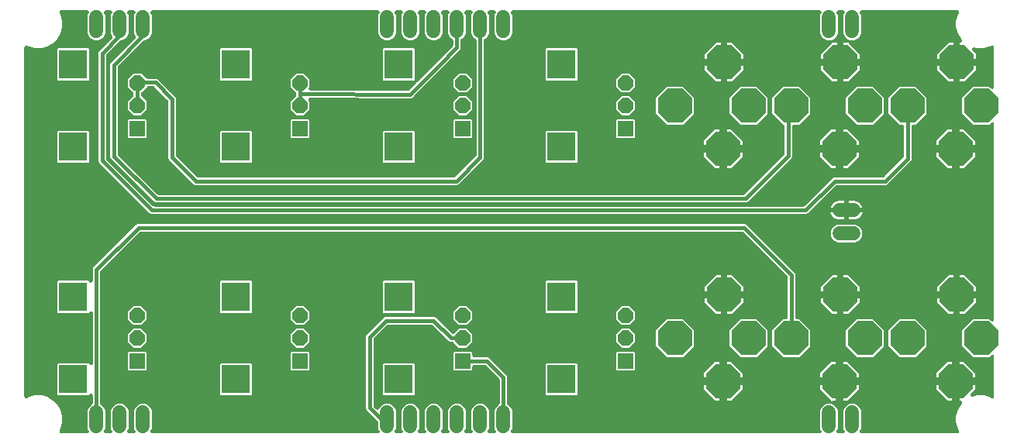
<source format=gbr>
G04 EAGLE Gerber RS-274X export*
G75*
%MOMM*%
%FSLAX34Y34*%
%LPD*%
%INTop Copper*%
%IPPOS*%
%AMOC8*
5,1,8,0,0,1.08239X$1,22.5*%
G01*
%ADD10R,1.676400X1.676400*%
%ADD11P,1.814519X8X22.500000*%
%ADD12R,3.116000X3.116000*%
%ADD13P,4.058962X8X202.500000*%
%ADD14P,4.058962X8X112.500000*%
%ADD15C,1.524000*%
%ADD16C,0.406400*%
%ADD17R,1.006400X1.006400*%

G36*
X78581Y10162D02*
X78581Y10162D01*
X78595Y10161D01*
X78781Y10182D01*
X78969Y10201D01*
X78981Y10205D01*
X78995Y10206D01*
X79174Y10264D01*
X79354Y10319D01*
X79365Y10325D01*
X79378Y10329D01*
X79543Y10421D01*
X79708Y10511D01*
X79718Y10519D01*
X79730Y10526D01*
X79872Y10648D01*
X80017Y10768D01*
X80025Y10779D01*
X80035Y10787D01*
X80151Y10935D01*
X80269Y11082D01*
X80275Y11094D01*
X80284Y11104D01*
X80368Y11273D01*
X80455Y11439D01*
X80458Y11452D01*
X80464Y11464D01*
X80514Y11645D01*
X80566Y11826D01*
X80567Y11840D01*
X80571Y11853D01*
X80584Y12041D01*
X80599Y12228D01*
X80597Y12241D01*
X80598Y12254D01*
X80574Y12442D01*
X80552Y12627D01*
X80548Y12640D01*
X80546Y12653D01*
X80445Y12969D01*
X79247Y15860D01*
X79247Y34940D01*
X80717Y38488D01*
X83432Y41203D01*
X83581Y41265D01*
X83601Y41275D01*
X83622Y41282D01*
X83778Y41371D01*
X83936Y41455D01*
X83953Y41469D01*
X83973Y41480D01*
X84108Y41597D01*
X84247Y41712D01*
X84261Y41729D01*
X84278Y41743D01*
X84387Y41885D01*
X84500Y42024D01*
X84511Y42044D01*
X84524Y42062D01*
X84604Y42222D01*
X84687Y42381D01*
X84694Y42402D01*
X84704Y42422D01*
X84750Y42595D01*
X84800Y42767D01*
X84802Y42789D01*
X84808Y42811D01*
X84835Y43142D01*
X84835Y51697D01*
X84834Y51706D01*
X84835Y51714D01*
X84814Y51906D01*
X84795Y52097D01*
X84793Y52106D01*
X84792Y52115D01*
X84734Y52297D01*
X84677Y52482D01*
X84673Y52490D01*
X84670Y52499D01*
X84577Y52667D01*
X84485Y52836D01*
X84480Y52843D01*
X84475Y52851D01*
X84350Y52999D01*
X84228Y53146D01*
X84221Y53151D01*
X84215Y53158D01*
X84063Y53278D01*
X83914Y53398D01*
X83906Y53402D01*
X83899Y53408D01*
X83727Y53495D01*
X83557Y53583D01*
X83548Y53586D01*
X83540Y53590D01*
X83354Y53642D01*
X83170Y53695D01*
X83161Y53695D01*
X83152Y53698D01*
X82960Y53712D01*
X82768Y53728D01*
X82760Y53727D01*
X82751Y53727D01*
X82558Y53703D01*
X82369Y53681D01*
X82360Y53678D01*
X82351Y53677D01*
X82168Y53615D01*
X81986Y53556D01*
X81978Y53551D01*
X81970Y53549D01*
X81804Y53453D01*
X81635Y53358D01*
X81628Y53352D01*
X81621Y53348D01*
X81368Y53133D01*
X79922Y51687D01*
X47078Y51687D01*
X45887Y52878D01*
X45887Y85722D01*
X47078Y86913D01*
X79922Y86913D01*
X81368Y85467D01*
X81375Y85461D01*
X81380Y85454D01*
X81530Y85334D01*
X81679Y85212D01*
X81687Y85208D01*
X81694Y85202D01*
X81864Y85114D01*
X82035Y85023D01*
X82044Y85021D01*
X82051Y85017D01*
X82236Y84964D01*
X82421Y84909D01*
X82430Y84908D01*
X82438Y84905D01*
X82629Y84890D01*
X82822Y84872D01*
X82831Y84873D01*
X82840Y84872D01*
X83029Y84895D01*
X83222Y84916D01*
X83231Y84918D01*
X83239Y84919D01*
X83421Y84979D01*
X83606Y85037D01*
X83614Y85041D01*
X83622Y85044D01*
X83789Y85138D01*
X83958Y85232D01*
X83965Y85238D01*
X83973Y85242D01*
X84118Y85367D01*
X84265Y85492D01*
X84271Y85499D01*
X84278Y85505D01*
X84394Y85656D01*
X84515Y85808D01*
X84519Y85816D01*
X84524Y85823D01*
X84610Y85995D01*
X84697Y86167D01*
X84700Y86176D01*
X84704Y86184D01*
X84754Y86370D01*
X84805Y86555D01*
X84806Y86564D01*
X84808Y86573D01*
X84835Y86903D01*
X84835Y141697D01*
X84834Y141706D01*
X84835Y141714D01*
X84814Y141906D01*
X84795Y142097D01*
X84793Y142106D01*
X84792Y142115D01*
X84734Y142297D01*
X84677Y142482D01*
X84673Y142490D01*
X84670Y142499D01*
X84577Y142667D01*
X84485Y142836D01*
X84480Y142843D01*
X84475Y142851D01*
X84350Y142999D01*
X84228Y143146D01*
X84221Y143151D01*
X84215Y143158D01*
X84063Y143278D01*
X83914Y143398D01*
X83906Y143402D01*
X83899Y143408D01*
X83727Y143495D01*
X83557Y143583D01*
X83548Y143586D01*
X83540Y143590D01*
X83354Y143642D01*
X83170Y143695D01*
X83161Y143695D01*
X83152Y143698D01*
X82960Y143712D01*
X82768Y143728D01*
X82760Y143727D01*
X82751Y143727D01*
X82558Y143703D01*
X82369Y143681D01*
X82360Y143678D01*
X82351Y143677D01*
X82168Y143615D01*
X81986Y143556D01*
X81978Y143551D01*
X81970Y143549D01*
X81804Y143453D01*
X81635Y143358D01*
X81628Y143352D01*
X81621Y143348D01*
X81368Y143133D01*
X79922Y141687D01*
X47078Y141687D01*
X45887Y142878D01*
X45887Y175722D01*
X47078Y176913D01*
X79922Y176913D01*
X81368Y175467D01*
X81375Y175461D01*
X81380Y175454D01*
X81530Y175334D01*
X81679Y175212D01*
X81687Y175208D01*
X81694Y175202D01*
X81864Y175114D01*
X82035Y175023D01*
X82044Y175021D01*
X82051Y175017D01*
X82236Y174964D01*
X82421Y174909D01*
X82430Y174908D01*
X82438Y174905D01*
X82629Y174890D01*
X82822Y174872D01*
X82831Y174873D01*
X82840Y174872D01*
X83029Y174895D01*
X83222Y174916D01*
X83231Y174918D01*
X83239Y174919D01*
X83421Y174979D01*
X83606Y175037D01*
X83614Y175041D01*
X83622Y175044D01*
X83789Y175138D01*
X83958Y175232D01*
X83965Y175238D01*
X83973Y175242D01*
X84118Y175367D01*
X84265Y175492D01*
X84271Y175499D01*
X84278Y175505D01*
X84394Y175656D01*
X84515Y175808D01*
X84519Y175816D01*
X84524Y175823D01*
X84610Y175995D01*
X84697Y176167D01*
X84700Y176176D01*
X84704Y176184D01*
X84754Y176370D01*
X84805Y176555D01*
X84806Y176564D01*
X84808Y176573D01*
X84835Y176903D01*
X84835Y189968D01*
X85454Y191462D01*
X132388Y238396D01*
X133882Y239015D01*
X797252Y239015D01*
X798746Y238396D01*
X851336Y185806D01*
X851955Y184312D01*
X851955Y137114D01*
X851957Y137096D01*
X851955Y137078D01*
X851976Y136896D01*
X851995Y136713D01*
X852000Y136696D01*
X852002Y136679D01*
X852059Y136504D01*
X852113Y136328D01*
X852121Y136313D01*
X852127Y136296D01*
X852217Y136136D01*
X852305Y135974D01*
X852316Y135961D01*
X852325Y135945D01*
X852445Y135806D01*
X852562Y135665D01*
X852576Y135654D01*
X852588Y135640D01*
X852733Y135528D01*
X852876Y135413D01*
X852892Y135405D01*
X852906Y135394D01*
X853071Y135312D01*
X853233Y135227D01*
X853250Y135222D01*
X853266Y135214D01*
X853445Y135167D01*
X853620Y135116D01*
X853638Y135114D01*
X853655Y135110D01*
X853986Y135083D01*
X856498Y135083D01*
X868673Y122908D01*
X868673Y105692D01*
X856498Y93517D01*
X839282Y93517D01*
X827107Y105692D01*
X827107Y122908D01*
X839282Y135083D01*
X841794Y135083D01*
X841812Y135085D01*
X841830Y135083D01*
X842012Y135104D01*
X842195Y135123D01*
X842212Y135128D01*
X842229Y135130D01*
X842404Y135187D01*
X842580Y135241D01*
X842595Y135249D01*
X842612Y135255D01*
X842772Y135345D01*
X842934Y135433D01*
X842947Y135444D01*
X842963Y135453D01*
X843102Y135573D01*
X843243Y135690D01*
X843254Y135704D01*
X843268Y135716D01*
X843380Y135861D01*
X843495Y136004D01*
X843503Y136020D01*
X843514Y136034D01*
X843596Y136199D01*
X843681Y136361D01*
X843686Y136378D01*
X843694Y136394D01*
X843741Y136573D01*
X843792Y136748D01*
X843794Y136766D01*
X843798Y136783D01*
X843825Y137114D01*
X843825Y180978D01*
X843823Y181005D01*
X843825Y181031D01*
X843803Y181205D01*
X843785Y181379D01*
X843778Y181404D01*
X843774Y181431D01*
X843719Y181596D01*
X843667Y181764D01*
X843654Y181787D01*
X843646Y181812D01*
X843559Y181964D01*
X843475Y182118D01*
X843458Y182138D01*
X843445Y182161D01*
X843230Y182414D01*
X795354Y230290D01*
X795334Y230307D01*
X795316Y230328D01*
X795178Y230435D01*
X795043Y230545D01*
X795019Y230558D01*
X794998Y230574D01*
X794841Y230652D01*
X794687Y230734D01*
X794662Y230742D01*
X794638Y230754D01*
X794468Y230799D01*
X794301Y230849D01*
X794275Y230851D01*
X794249Y230858D01*
X793918Y230885D01*
X137216Y230885D01*
X137189Y230883D01*
X137162Y230885D01*
X136988Y230863D01*
X136815Y230845D01*
X136789Y230838D01*
X136763Y230834D01*
X136597Y230779D01*
X136430Y230727D01*
X136406Y230714D01*
X136381Y230706D01*
X136229Y230619D01*
X136076Y230535D01*
X136056Y230518D01*
X136032Y230505D01*
X135779Y230290D01*
X93560Y188071D01*
X93543Y188050D01*
X93522Y188033D01*
X93415Y187895D01*
X93305Y187759D01*
X93292Y187736D01*
X93276Y187714D01*
X93198Y187558D01*
X93116Y187404D01*
X93108Y187378D01*
X93096Y187354D01*
X93051Y187185D01*
X93001Y187018D01*
X92999Y186991D01*
X92992Y186965D01*
X92965Y186634D01*
X92965Y43142D01*
X92967Y43119D01*
X92965Y43097D01*
X92987Y42920D01*
X93005Y42741D01*
X93011Y42720D01*
X93014Y42697D01*
X93070Y42528D01*
X93123Y42356D01*
X93133Y42336D01*
X93140Y42315D01*
X93229Y42160D01*
X93315Y42002D01*
X93329Y41985D01*
X93340Y41966D01*
X93457Y41831D01*
X93572Y41693D01*
X93590Y41679D01*
X93604Y41662D01*
X93746Y41553D01*
X93886Y41440D01*
X93906Y41430D01*
X93924Y41417D01*
X94219Y41265D01*
X94368Y41203D01*
X97083Y38488D01*
X98553Y34940D01*
X98553Y15860D01*
X97355Y12969D01*
X97351Y12956D01*
X97345Y12945D01*
X97294Y12765D01*
X97239Y12584D01*
X97238Y12571D01*
X97234Y12558D01*
X97219Y12370D01*
X97201Y12183D01*
X97202Y12170D01*
X97201Y12156D01*
X97223Y11970D01*
X97242Y11783D01*
X97246Y11770D01*
X97248Y11757D01*
X97306Y11578D01*
X97362Y11398D01*
X97369Y11387D01*
X97373Y11374D01*
X97466Y11209D01*
X97556Y11045D01*
X97564Y11035D01*
X97571Y11023D01*
X97694Y10881D01*
X97815Y10737D01*
X97825Y10729D01*
X97834Y10718D01*
X97982Y10603D01*
X98130Y10486D01*
X98141Y10480D01*
X98152Y10472D01*
X98321Y10388D01*
X98488Y10302D01*
X98500Y10298D01*
X98513Y10292D01*
X98695Y10243D01*
X98875Y10192D01*
X98888Y10191D01*
X98901Y10188D01*
X99232Y10161D01*
X103968Y10161D01*
X103981Y10162D01*
X103995Y10161D01*
X104181Y10182D01*
X104369Y10201D01*
X104381Y10205D01*
X104395Y10206D01*
X104574Y10264D01*
X104754Y10319D01*
X104765Y10325D01*
X104778Y10329D01*
X104943Y10421D01*
X105108Y10511D01*
X105118Y10519D01*
X105130Y10526D01*
X105272Y10648D01*
X105417Y10768D01*
X105425Y10779D01*
X105435Y10787D01*
X105551Y10935D01*
X105669Y11082D01*
X105675Y11094D01*
X105684Y11104D01*
X105768Y11273D01*
X105855Y11439D01*
X105858Y11452D01*
X105864Y11464D01*
X105914Y11645D01*
X105966Y11826D01*
X105967Y11840D01*
X105971Y11853D01*
X105984Y12041D01*
X105999Y12228D01*
X105997Y12241D01*
X105998Y12254D01*
X105974Y12442D01*
X105952Y12627D01*
X105948Y12640D01*
X105946Y12653D01*
X105845Y12969D01*
X104647Y15860D01*
X104647Y34940D01*
X106117Y38488D01*
X108832Y41203D01*
X112380Y42673D01*
X116220Y42673D01*
X119768Y41203D01*
X122483Y38488D01*
X123953Y34940D01*
X123953Y15860D01*
X122755Y12969D01*
X122751Y12956D01*
X122745Y12945D01*
X122694Y12765D01*
X122639Y12584D01*
X122638Y12571D01*
X122634Y12558D01*
X122619Y12370D01*
X122601Y12183D01*
X122602Y12170D01*
X122601Y12156D01*
X122623Y11970D01*
X122642Y11783D01*
X122646Y11770D01*
X122648Y11757D01*
X122706Y11578D01*
X122762Y11398D01*
X122769Y11387D01*
X122773Y11374D01*
X122866Y11209D01*
X122956Y11045D01*
X122964Y11035D01*
X122971Y11023D01*
X123094Y10881D01*
X123215Y10737D01*
X123225Y10729D01*
X123234Y10718D01*
X123382Y10603D01*
X123530Y10486D01*
X123541Y10480D01*
X123552Y10472D01*
X123721Y10388D01*
X123888Y10302D01*
X123900Y10298D01*
X123913Y10292D01*
X124095Y10243D01*
X124275Y10192D01*
X124288Y10191D01*
X124301Y10188D01*
X124632Y10161D01*
X129368Y10161D01*
X129381Y10162D01*
X129395Y10161D01*
X129581Y10182D01*
X129769Y10201D01*
X129781Y10205D01*
X129795Y10206D01*
X129974Y10264D01*
X130154Y10319D01*
X130165Y10325D01*
X130178Y10329D01*
X130343Y10421D01*
X130508Y10511D01*
X130518Y10519D01*
X130530Y10526D01*
X130672Y10648D01*
X130817Y10768D01*
X130825Y10779D01*
X130835Y10787D01*
X130951Y10935D01*
X131069Y11082D01*
X131075Y11094D01*
X131084Y11104D01*
X131168Y11273D01*
X131255Y11439D01*
X131258Y11452D01*
X131264Y11464D01*
X131314Y11645D01*
X131366Y11826D01*
X131367Y11840D01*
X131371Y11853D01*
X131384Y12041D01*
X131399Y12228D01*
X131397Y12241D01*
X131398Y12254D01*
X131374Y12442D01*
X131352Y12627D01*
X131348Y12640D01*
X131346Y12653D01*
X131245Y12969D01*
X130047Y15860D01*
X130047Y34940D01*
X131517Y38488D01*
X134232Y41203D01*
X137780Y42673D01*
X141620Y42673D01*
X145168Y41203D01*
X147883Y38488D01*
X149353Y34940D01*
X149353Y15860D01*
X148155Y12969D01*
X148151Y12956D01*
X148145Y12945D01*
X148094Y12765D01*
X148039Y12584D01*
X148038Y12571D01*
X148034Y12558D01*
X148019Y12370D01*
X148001Y12183D01*
X148002Y12170D01*
X148001Y12156D01*
X148023Y11970D01*
X148042Y11783D01*
X148046Y11770D01*
X148048Y11757D01*
X148106Y11578D01*
X148162Y11398D01*
X148169Y11387D01*
X148173Y11374D01*
X148266Y11209D01*
X148356Y11045D01*
X148364Y11035D01*
X148371Y11023D01*
X148494Y10881D01*
X148615Y10737D01*
X148625Y10729D01*
X148634Y10718D01*
X148782Y10603D01*
X148930Y10486D01*
X148941Y10480D01*
X148952Y10472D01*
X149121Y10388D01*
X149288Y10302D01*
X149300Y10298D01*
X149313Y10292D01*
X149495Y10243D01*
X149675Y10192D01*
X149688Y10191D01*
X149701Y10188D01*
X150032Y10161D01*
X396068Y10161D01*
X396081Y10162D01*
X396095Y10161D01*
X396281Y10182D01*
X396469Y10201D01*
X396481Y10205D01*
X396495Y10206D01*
X396674Y10264D01*
X396854Y10319D01*
X396865Y10325D01*
X396878Y10329D01*
X397043Y10421D01*
X397208Y10511D01*
X397218Y10519D01*
X397230Y10526D01*
X397372Y10648D01*
X397517Y10768D01*
X397525Y10779D01*
X397535Y10787D01*
X397651Y10935D01*
X397769Y11082D01*
X397775Y11094D01*
X397784Y11104D01*
X397868Y11273D01*
X397955Y11439D01*
X397958Y11452D01*
X397964Y11464D01*
X398014Y11645D01*
X398066Y11826D01*
X398067Y11840D01*
X398071Y11853D01*
X398084Y12041D01*
X398099Y12228D01*
X398097Y12241D01*
X398098Y12254D01*
X398074Y12442D01*
X398052Y12627D01*
X398048Y12640D01*
X398046Y12653D01*
X397945Y12969D01*
X396747Y15860D01*
X396747Y22113D01*
X396745Y22140D01*
X396747Y22166D01*
X396725Y22340D01*
X396707Y22514D01*
X396700Y22539D01*
X396696Y22566D01*
X396640Y22732D01*
X396589Y22899D01*
X396576Y22922D01*
X396568Y22947D01*
X396481Y23099D01*
X396397Y23253D01*
X396380Y23273D01*
X396367Y23296D01*
X396152Y23549D01*
X385333Y34368D01*
X383904Y35798D01*
X383285Y37291D01*
X383285Y116198D01*
X383904Y117692D01*
X403008Y136796D01*
X404502Y137415D01*
X458009Y137415D01*
X459502Y136796D01*
X476749Y119550D01*
X476762Y119539D01*
X476774Y119525D01*
X476918Y119411D01*
X477060Y119295D01*
X477076Y119286D01*
X477090Y119275D01*
X477254Y119192D01*
X477416Y119106D01*
X477433Y119101D01*
X477449Y119093D01*
X477626Y119044D01*
X477802Y118991D01*
X477819Y118990D01*
X477837Y118985D01*
X478020Y118972D01*
X478203Y118955D01*
X478220Y118957D01*
X478238Y118956D01*
X478420Y118979D01*
X478603Y118998D01*
X478620Y119004D01*
X478638Y119006D01*
X478811Y119064D01*
X478987Y119120D01*
X479002Y119129D01*
X479019Y119134D01*
X479179Y119226D01*
X479339Y119315D01*
X479353Y119326D01*
X479368Y119335D01*
X479621Y119550D01*
X484786Y124715D01*
X493414Y124715D01*
X499515Y118614D01*
X499515Y109986D01*
X493414Y103885D01*
X484786Y103885D01*
X479031Y109640D01*
X479010Y109657D01*
X478993Y109678D01*
X478855Y109785D01*
X478720Y109895D01*
X478696Y109908D01*
X478675Y109924D01*
X478518Y110002D01*
X478364Y110084D01*
X478338Y110092D01*
X478314Y110104D01*
X478145Y110149D01*
X477978Y110199D01*
X477951Y110201D01*
X477925Y110208D01*
X477595Y110235D01*
X475441Y110235D01*
X473948Y110854D01*
X456111Y128690D01*
X456091Y128707D01*
X456073Y128728D01*
X455935Y128835D01*
X455800Y128945D01*
X455776Y128958D01*
X455755Y128974D01*
X455598Y129052D01*
X455444Y129134D01*
X455419Y129142D01*
X455394Y129154D01*
X455225Y129199D01*
X455058Y129249D01*
X455032Y129251D01*
X455006Y129258D01*
X454675Y129285D01*
X407836Y129285D01*
X407809Y129283D01*
X407782Y129285D01*
X407608Y129263D01*
X407435Y129245D01*
X407409Y129238D01*
X407383Y129234D01*
X407217Y129179D01*
X407050Y129127D01*
X407026Y129114D01*
X407001Y129106D01*
X406849Y129019D01*
X406696Y128935D01*
X406676Y128918D01*
X406652Y128905D01*
X406399Y128690D01*
X392010Y114301D01*
X391993Y114280D01*
X391972Y114263D01*
X391865Y114125D01*
X391755Y113989D01*
X391742Y113966D01*
X391726Y113944D01*
X391648Y113788D01*
X391566Y113634D01*
X391558Y113608D01*
X391546Y113584D01*
X391501Y113415D01*
X391451Y113248D01*
X391449Y113221D01*
X391442Y113195D01*
X391415Y112864D01*
X391415Y40625D01*
X391416Y40609D01*
X391415Y40594D01*
X391416Y40583D01*
X391415Y40572D01*
X391437Y40398D01*
X391455Y40224D01*
X391461Y40205D01*
X391462Y40194D01*
X391464Y40188D01*
X391466Y40172D01*
X391522Y40006D01*
X391573Y39840D01*
X391585Y39817D01*
X391587Y39811D01*
X391587Y39810D01*
X391594Y39791D01*
X391681Y39639D01*
X391765Y39485D01*
X391782Y39465D01*
X391795Y39442D01*
X392010Y39189D01*
X394454Y36744D01*
X394465Y36735D01*
X394473Y36725D01*
X394621Y36608D01*
X394766Y36489D01*
X394778Y36483D01*
X394788Y36474D01*
X394956Y36388D01*
X395122Y36300D01*
X395134Y36296D01*
X395146Y36290D01*
X395328Y36239D01*
X395508Y36185D01*
X395521Y36184D01*
X395534Y36181D01*
X395721Y36166D01*
X395909Y36149D01*
X395922Y36150D01*
X395935Y36149D01*
X396120Y36172D01*
X396309Y36192D01*
X396322Y36197D01*
X396335Y36198D01*
X396512Y36257D01*
X396693Y36314D01*
X396704Y36320D01*
X396717Y36325D01*
X396880Y36418D01*
X397045Y36509D01*
X397055Y36517D01*
X397067Y36524D01*
X397208Y36647D01*
X397352Y36769D01*
X397360Y36780D01*
X397370Y36789D01*
X397485Y36937D01*
X397602Y37085D01*
X397608Y37097D01*
X397616Y37108D01*
X397767Y37403D01*
X398217Y38488D01*
X400932Y41203D01*
X404480Y42673D01*
X408320Y42673D01*
X411868Y41203D01*
X414583Y38488D01*
X416053Y34940D01*
X416053Y15860D01*
X414855Y12969D01*
X414851Y12956D01*
X414845Y12945D01*
X414794Y12765D01*
X414739Y12584D01*
X414738Y12571D01*
X414734Y12558D01*
X414719Y12370D01*
X414701Y12183D01*
X414702Y12170D01*
X414701Y12156D01*
X414723Y11970D01*
X414742Y11783D01*
X414746Y11770D01*
X414748Y11757D01*
X414806Y11578D01*
X414862Y11398D01*
X414869Y11387D01*
X414873Y11374D01*
X414966Y11209D01*
X415056Y11045D01*
X415064Y11035D01*
X415071Y11023D01*
X415194Y10881D01*
X415315Y10737D01*
X415325Y10729D01*
X415334Y10718D01*
X415482Y10603D01*
X415630Y10486D01*
X415641Y10480D01*
X415652Y10472D01*
X415821Y10388D01*
X415988Y10302D01*
X416000Y10298D01*
X416013Y10292D01*
X416195Y10243D01*
X416375Y10192D01*
X416388Y10191D01*
X416401Y10188D01*
X416732Y10161D01*
X421468Y10161D01*
X421481Y10162D01*
X421495Y10161D01*
X421681Y10182D01*
X421869Y10201D01*
X421881Y10205D01*
X421895Y10206D01*
X422074Y10264D01*
X422254Y10319D01*
X422265Y10325D01*
X422278Y10329D01*
X422443Y10421D01*
X422608Y10511D01*
X422618Y10519D01*
X422630Y10526D01*
X422772Y10648D01*
X422917Y10768D01*
X422925Y10779D01*
X422935Y10787D01*
X423051Y10935D01*
X423169Y11082D01*
X423175Y11094D01*
X423184Y11104D01*
X423268Y11273D01*
X423355Y11439D01*
X423358Y11452D01*
X423364Y11464D01*
X423414Y11645D01*
X423466Y11826D01*
X423467Y11840D01*
X423471Y11853D01*
X423484Y12041D01*
X423499Y12228D01*
X423497Y12241D01*
X423498Y12254D01*
X423474Y12442D01*
X423452Y12627D01*
X423448Y12640D01*
X423446Y12653D01*
X423345Y12969D01*
X422147Y15860D01*
X422147Y34940D01*
X423617Y38488D01*
X426332Y41203D01*
X429880Y42673D01*
X433720Y42673D01*
X437268Y41203D01*
X439983Y38488D01*
X441453Y34940D01*
X441453Y15860D01*
X440255Y12969D01*
X440251Y12956D01*
X440245Y12945D01*
X440194Y12765D01*
X440139Y12584D01*
X440138Y12571D01*
X440134Y12558D01*
X440119Y12370D01*
X440101Y12183D01*
X440102Y12170D01*
X440101Y12156D01*
X440123Y11970D01*
X440142Y11783D01*
X440146Y11770D01*
X440148Y11757D01*
X440206Y11578D01*
X440262Y11398D01*
X440269Y11387D01*
X440273Y11374D01*
X440366Y11209D01*
X440456Y11045D01*
X440464Y11035D01*
X440471Y11023D01*
X440594Y10881D01*
X440715Y10737D01*
X440725Y10729D01*
X440734Y10718D01*
X440882Y10603D01*
X441030Y10486D01*
X441041Y10480D01*
X441052Y10472D01*
X441221Y10388D01*
X441388Y10302D01*
X441400Y10298D01*
X441413Y10292D01*
X441595Y10243D01*
X441775Y10192D01*
X441788Y10191D01*
X441801Y10188D01*
X442132Y10161D01*
X446868Y10161D01*
X446881Y10162D01*
X446895Y10161D01*
X447081Y10182D01*
X447269Y10201D01*
X447281Y10205D01*
X447295Y10206D01*
X447474Y10264D01*
X447654Y10319D01*
X447665Y10325D01*
X447678Y10329D01*
X447843Y10421D01*
X448008Y10511D01*
X448018Y10519D01*
X448030Y10526D01*
X448172Y10648D01*
X448317Y10768D01*
X448325Y10779D01*
X448335Y10787D01*
X448451Y10935D01*
X448569Y11082D01*
X448575Y11094D01*
X448584Y11104D01*
X448668Y11273D01*
X448755Y11439D01*
X448758Y11452D01*
X448764Y11464D01*
X448814Y11645D01*
X448866Y11826D01*
X448867Y11840D01*
X448871Y11853D01*
X448884Y12041D01*
X448899Y12228D01*
X448897Y12241D01*
X448898Y12254D01*
X448874Y12442D01*
X448852Y12627D01*
X448848Y12640D01*
X448846Y12653D01*
X448745Y12969D01*
X447547Y15860D01*
X447547Y34940D01*
X449017Y38488D01*
X451732Y41203D01*
X455280Y42673D01*
X459120Y42673D01*
X462668Y41203D01*
X465383Y38488D01*
X466853Y34940D01*
X466853Y15860D01*
X465655Y12969D01*
X465651Y12956D01*
X465645Y12945D01*
X465594Y12765D01*
X465539Y12584D01*
X465538Y12571D01*
X465534Y12558D01*
X465519Y12370D01*
X465501Y12183D01*
X465502Y12170D01*
X465501Y12156D01*
X465523Y11970D01*
X465542Y11783D01*
X465546Y11770D01*
X465548Y11757D01*
X465606Y11578D01*
X465662Y11398D01*
X465669Y11387D01*
X465673Y11374D01*
X465766Y11209D01*
X465856Y11045D01*
X465864Y11035D01*
X465871Y11023D01*
X465994Y10881D01*
X466115Y10737D01*
X466125Y10729D01*
X466134Y10718D01*
X466282Y10603D01*
X466430Y10486D01*
X466441Y10480D01*
X466452Y10472D01*
X466621Y10388D01*
X466788Y10302D01*
X466800Y10298D01*
X466813Y10292D01*
X466995Y10243D01*
X467175Y10192D01*
X467188Y10191D01*
X467201Y10188D01*
X467532Y10161D01*
X472268Y10161D01*
X472281Y10162D01*
X472295Y10161D01*
X472481Y10182D01*
X472669Y10201D01*
X472681Y10205D01*
X472695Y10206D01*
X472874Y10264D01*
X473054Y10319D01*
X473065Y10325D01*
X473078Y10329D01*
X473243Y10421D01*
X473408Y10511D01*
X473418Y10519D01*
X473430Y10526D01*
X473572Y10648D01*
X473717Y10768D01*
X473725Y10779D01*
X473735Y10787D01*
X473851Y10935D01*
X473969Y11082D01*
X473975Y11094D01*
X473984Y11104D01*
X474068Y11273D01*
X474155Y11439D01*
X474158Y11452D01*
X474164Y11464D01*
X474214Y11645D01*
X474266Y11826D01*
X474267Y11840D01*
X474271Y11853D01*
X474284Y12041D01*
X474299Y12228D01*
X474297Y12241D01*
X474298Y12254D01*
X474274Y12442D01*
X474252Y12627D01*
X474248Y12640D01*
X474246Y12653D01*
X474145Y12969D01*
X472947Y15860D01*
X472947Y34940D01*
X474417Y38488D01*
X477132Y41203D01*
X480680Y42673D01*
X484520Y42673D01*
X488068Y41203D01*
X490783Y38488D01*
X492253Y34940D01*
X492253Y15860D01*
X491055Y12969D01*
X491051Y12956D01*
X491045Y12945D01*
X490994Y12765D01*
X490939Y12584D01*
X490938Y12571D01*
X490934Y12558D01*
X490919Y12370D01*
X490901Y12183D01*
X490902Y12170D01*
X490901Y12156D01*
X490923Y11970D01*
X490942Y11783D01*
X490946Y11770D01*
X490948Y11757D01*
X491006Y11578D01*
X491062Y11398D01*
X491069Y11387D01*
X491073Y11374D01*
X491166Y11209D01*
X491256Y11045D01*
X491264Y11035D01*
X491271Y11023D01*
X491394Y10881D01*
X491515Y10737D01*
X491525Y10729D01*
X491534Y10718D01*
X491682Y10603D01*
X491830Y10486D01*
X491841Y10480D01*
X491852Y10472D01*
X492021Y10388D01*
X492188Y10302D01*
X492200Y10298D01*
X492213Y10292D01*
X492395Y10243D01*
X492575Y10192D01*
X492588Y10191D01*
X492601Y10188D01*
X492932Y10161D01*
X497668Y10161D01*
X497681Y10162D01*
X497695Y10161D01*
X497881Y10182D01*
X498069Y10201D01*
X498081Y10205D01*
X498095Y10206D01*
X498274Y10264D01*
X498454Y10319D01*
X498465Y10325D01*
X498478Y10329D01*
X498643Y10421D01*
X498808Y10511D01*
X498818Y10519D01*
X498830Y10526D01*
X498972Y10648D01*
X499117Y10768D01*
X499125Y10779D01*
X499135Y10787D01*
X499251Y10935D01*
X499369Y11082D01*
X499375Y11094D01*
X499384Y11104D01*
X499468Y11273D01*
X499555Y11439D01*
X499558Y11452D01*
X499564Y11464D01*
X499614Y11645D01*
X499666Y11826D01*
X499667Y11840D01*
X499671Y11853D01*
X499684Y12041D01*
X499699Y12228D01*
X499697Y12241D01*
X499698Y12254D01*
X499674Y12442D01*
X499652Y12627D01*
X499648Y12640D01*
X499646Y12653D01*
X499545Y12969D01*
X498347Y15860D01*
X498347Y34940D01*
X499817Y38488D01*
X502532Y41203D01*
X506080Y42673D01*
X509920Y42673D01*
X513468Y41203D01*
X516183Y38488D01*
X517653Y34940D01*
X517653Y15860D01*
X516455Y12969D01*
X516451Y12956D01*
X516445Y12945D01*
X516394Y12765D01*
X516339Y12584D01*
X516338Y12571D01*
X516334Y12558D01*
X516319Y12370D01*
X516301Y12183D01*
X516302Y12170D01*
X516301Y12156D01*
X516323Y11970D01*
X516342Y11783D01*
X516346Y11770D01*
X516348Y11757D01*
X516406Y11578D01*
X516462Y11398D01*
X516469Y11387D01*
X516473Y11374D01*
X516566Y11209D01*
X516656Y11045D01*
X516664Y11035D01*
X516671Y11023D01*
X516794Y10881D01*
X516915Y10737D01*
X516925Y10729D01*
X516934Y10718D01*
X517082Y10603D01*
X517230Y10486D01*
X517241Y10480D01*
X517252Y10472D01*
X517421Y10388D01*
X517588Y10302D01*
X517600Y10298D01*
X517613Y10292D01*
X517795Y10243D01*
X517975Y10192D01*
X517988Y10191D01*
X518001Y10188D01*
X518332Y10161D01*
X523068Y10161D01*
X523081Y10162D01*
X523095Y10161D01*
X523281Y10182D01*
X523469Y10201D01*
X523481Y10205D01*
X523495Y10206D01*
X523674Y10264D01*
X523854Y10319D01*
X523865Y10325D01*
X523878Y10329D01*
X524043Y10421D01*
X524208Y10511D01*
X524218Y10519D01*
X524230Y10526D01*
X524372Y10648D01*
X524517Y10768D01*
X524525Y10779D01*
X524535Y10787D01*
X524651Y10935D01*
X524769Y11082D01*
X524775Y11094D01*
X524784Y11104D01*
X524868Y11273D01*
X524955Y11439D01*
X524958Y11452D01*
X524964Y11464D01*
X525014Y11645D01*
X525066Y11826D01*
X525067Y11840D01*
X525071Y11853D01*
X525084Y12041D01*
X525099Y12228D01*
X525097Y12241D01*
X525098Y12254D01*
X525074Y12442D01*
X525052Y12627D01*
X525048Y12640D01*
X525046Y12653D01*
X524945Y12969D01*
X523747Y15860D01*
X523747Y34940D01*
X525217Y38488D01*
X527932Y41203D01*
X528081Y41265D01*
X528101Y41275D01*
X528122Y41282D01*
X528278Y41371D01*
X528436Y41455D01*
X528453Y41469D01*
X528473Y41480D01*
X528608Y41597D01*
X528747Y41712D01*
X528761Y41729D01*
X528778Y41743D01*
X528887Y41885D01*
X529000Y42024D01*
X529011Y42044D01*
X529024Y42062D01*
X529104Y42222D01*
X529187Y42381D01*
X529194Y42402D01*
X529204Y42422D01*
X529250Y42595D01*
X529300Y42767D01*
X529302Y42789D01*
X529308Y42811D01*
X529335Y43142D01*
X529335Y68529D01*
X529333Y68556D01*
X529335Y68583D01*
X529313Y68756D01*
X529295Y68930D01*
X529288Y68956D01*
X529284Y68982D01*
X529229Y69148D01*
X529177Y69315D01*
X529164Y69339D01*
X529156Y69364D01*
X529069Y69516D01*
X528985Y69669D01*
X528968Y69689D01*
X528955Y69713D01*
X528740Y69966D01*
X514066Y84640D01*
X514045Y84657D01*
X514028Y84678D01*
X513890Y84785D01*
X513754Y84895D01*
X513731Y84908D01*
X513709Y84924D01*
X513553Y85002D01*
X513399Y85084D01*
X513373Y85092D01*
X513349Y85104D01*
X513180Y85149D01*
X513013Y85199D01*
X512986Y85201D01*
X512960Y85208D01*
X512629Y85235D01*
X501546Y85235D01*
X501528Y85233D01*
X501510Y85235D01*
X501328Y85214D01*
X501145Y85195D01*
X501128Y85190D01*
X501111Y85188D01*
X500936Y85131D01*
X500760Y85077D01*
X500745Y85069D01*
X500728Y85063D01*
X500568Y84973D01*
X500406Y84885D01*
X500393Y84874D01*
X500377Y84865D01*
X500238Y84745D01*
X500097Y84628D01*
X500086Y84614D01*
X500072Y84602D01*
X499960Y84457D01*
X499845Y84314D01*
X499837Y84298D01*
X499826Y84284D01*
X499744Y84119D01*
X499659Y83957D01*
X499654Y83940D01*
X499646Y83924D01*
X499599Y83745D01*
X499548Y83570D01*
X499546Y83552D01*
X499542Y83535D01*
X499515Y83204D01*
X499515Y80076D01*
X498324Y78885D01*
X479876Y78885D01*
X478685Y80076D01*
X478685Y98524D01*
X479876Y99715D01*
X498324Y99715D01*
X499515Y98524D01*
X499515Y95396D01*
X499517Y95378D01*
X499515Y95360D01*
X499536Y95178D01*
X499555Y94995D01*
X499560Y94978D01*
X499562Y94961D01*
X499619Y94786D01*
X499673Y94610D01*
X499681Y94595D01*
X499687Y94578D01*
X499777Y94418D01*
X499865Y94256D01*
X499876Y94243D01*
X499885Y94227D01*
X500005Y94088D01*
X500122Y93947D01*
X500136Y93936D01*
X500148Y93922D01*
X500293Y93810D01*
X500436Y93695D01*
X500452Y93687D01*
X500466Y93676D01*
X500631Y93594D01*
X500793Y93509D01*
X500810Y93504D01*
X500826Y93496D01*
X501005Y93449D01*
X501180Y93398D01*
X501198Y93396D01*
X501215Y93392D01*
X501546Y93365D01*
X515963Y93365D01*
X517457Y92746D01*
X536846Y73357D01*
X537465Y71863D01*
X537465Y43142D01*
X537467Y43119D01*
X537465Y43097D01*
X537487Y42920D01*
X537505Y42741D01*
X537511Y42720D01*
X537514Y42697D01*
X537570Y42528D01*
X537623Y42356D01*
X537633Y42336D01*
X537640Y42315D01*
X537729Y42160D01*
X537815Y42002D01*
X537829Y41985D01*
X537840Y41966D01*
X537957Y41831D01*
X538072Y41693D01*
X538090Y41679D01*
X538104Y41662D01*
X538246Y41553D01*
X538386Y41440D01*
X538406Y41430D01*
X538424Y41417D01*
X538719Y41265D01*
X538868Y41203D01*
X541583Y38488D01*
X543053Y34940D01*
X543053Y15860D01*
X541855Y12969D01*
X541851Y12956D01*
X541845Y12945D01*
X541794Y12765D01*
X541739Y12584D01*
X541738Y12571D01*
X541734Y12558D01*
X541719Y12370D01*
X541701Y12183D01*
X541702Y12170D01*
X541701Y12156D01*
X541723Y11970D01*
X541742Y11783D01*
X541746Y11770D01*
X541748Y11757D01*
X541806Y11578D01*
X541862Y11398D01*
X541869Y11387D01*
X541873Y11374D01*
X541966Y11209D01*
X542056Y11045D01*
X542064Y11035D01*
X542071Y11023D01*
X542194Y10881D01*
X542315Y10737D01*
X542325Y10729D01*
X542334Y10718D01*
X542482Y10603D01*
X542630Y10486D01*
X542641Y10480D01*
X542652Y10472D01*
X542821Y10388D01*
X542988Y10302D01*
X543000Y10298D01*
X543013Y10292D01*
X543195Y10243D01*
X543375Y10192D01*
X543388Y10191D01*
X543401Y10188D01*
X543732Y10161D01*
X878668Y10161D01*
X878681Y10162D01*
X878695Y10161D01*
X878881Y10182D01*
X879069Y10201D01*
X879081Y10205D01*
X879095Y10206D01*
X879274Y10264D01*
X879454Y10319D01*
X879465Y10325D01*
X879478Y10329D01*
X879643Y10421D01*
X879808Y10511D01*
X879818Y10519D01*
X879830Y10526D01*
X879972Y10648D01*
X880117Y10768D01*
X880125Y10779D01*
X880135Y10787D01*
X880251Y10935D01*
X880369Y11082D01*
X880375Y11094D01*
X880384Y11104D01*
X880468Y11273D01*
X880555Y11439D01*
X880558Y11452D01*
X880564Y11464D01*
X880614Y11645D01*
X880666Y11826D01*
X880667Y11840D01*
X880671Y11853D01*
X880684Y12041D01*
X880699Y12228D01*
X880697Y12241D01*
X880698Y12254D01*
X880674Y12442D01*
X880652Y12627D01*
X880648Y12640D01*
X880646Y12653D01*
X880545Y12969D01*
X879347Y15860D01*
X879347Y34940D01*
X880817Y38488D01*
X883532Y41203D01*
X887080Y42673D01*
X889774Y42673D01*
X889783Y42674D01*
X889792Y42673D01*
X889985Y42694D01*
X890174Y42713D01*
X890183Y42715D01*
X890192Y42716D01*
X890375Y42774D01*
X890559Y42831D01*
X890567Y42835D01*
X890576Y42838D01*
X890743Y42930D01*
X890913Y43023D01*
X890920Y43028D01*
X890928Y43033D01*
X891075Y43157D01*
X891223Y43280D01*
X891228Y43287D01*
X891235Y43293D01*
X891355Y43445D01*
X891475Y43594D01*
X891479Y43602D01*
X891485Y43609D01*
X891514Y43667D01*
X891528Y43550D01*
X891551Y43353D01*
X891553Y43348D01*
X891553Y43344D01*
X891615Y43159D01*
X891676Y42970D01*
X891678Y42966D01*
X891680Y42962D01*
X891778Y42790D01*
X891874Y42619D01*
X891877Y42616D01*
X891879Y42612D01*
X892011Y42461D01*
X892137Y42315D01*
X892141Y42312D01*
X892144Y42308D01*
X892300Y42188D01*
X892455Y42068D01*
X892459Y42066D01*
X892463Y42063D01*
X892758Y41911D01*
X894468Y41203D01*
X897183Y38488D01*
X898653Y34940D01*
X898653Y15860D01*
X897455Y12969D01*
X897451Y12956D01*
X897445Y12945D01*
X897394Y12765D01*
X897339Y12584D01*
X897338Y12571D01*
X897334Y12558D01*
X897319Y12370D01*
X897301Y12183D01*
X897302Y12170D01*
X897301Y12156D01*
X897323Y11970D01*
X897342Y11783D01*
X897346Y11770D01*
X897348Y11757D01*
X897406Y11578D01*
X897462Y11398D01*
X897469Y11387D01*
X897473Y11374D01*
X897566Y11209D01*
X897656Y11045D01*
X897664Y11035D01*
X897671Y11023D01*
X897794Y10881D01*
X897915Y10737D01*
X897925Y10729D01*
X897934Y10718D01*
X898082Y10603D01*
X898230Y10486D01*
X898241Y10480D01*
X898252Y10472D01*
X898421Y10388D01*
X898588Y10302D01*
X898600Y10298D01*
X898613Y10292D01*
X898795Y10243D01*
X898975Y10192D01*
X898988Y10191D01*
X899001Y10188D01*
X899332Y10161D01*
X904068Y10161D01*
X904081Y10162D01*
X904095Y10161D01*
X904281Y10182D01*
X904469Y10201D01*
X904481Y10205D01*
X904495Y10206D01*
X904674Y10264D01*
X904854Y10319D01*
X904865Y10325D01*
X904878Y10329D01*
X905043Y10421D01*
X905208Y10511D01*
X905218Y10519D01*
X905230Y10526D01*
X905372Y10648D01*
X905517Y10768D01*
X905525Y10779D01*
X905535Y10787D01*
X905651Y10935D01*
X905769Y11082D01*
X905775Y11094D01*
X905784Y11104D01*
X905868Y11273D01*
X905955Y11439D01*
X905958Y11452D01*
X905964Y11464D01*
X906014Y11645D01*
X906066Y11826D01*
X906067Y11840D01*
X906071Y11853D01*
X906084Y12041D01*
X906099Y12228D01*
X906097Y12241D01*
X906098Y12254D01*
X906074Y12442D01*
X906052Y12627D01*
X906048Y12640D01*
X906046Y12653D01*
X905945Y12969D01*
X904747Y15860D01*
X904747Y34940D01*
X906217Y38488D01*
X908932Y41203D01*
X910642Y41911D01*
X910646Y41913D01*
X910650Y41915D01*
X910751Y41970D01*
X910891Y42014D01*
X912480Y42673D01*
X916320Y42673D01*
X919868Y41203D01*
X922583Y38488D01*
X924053Y34940D01*
X924053Y15860D01*
X922855Y12969D01*
X922851Y12956D01*
X922845Y12945D01*
X922794Y12765D01*
X922739Y12584D01*
X922738Y12571D01*
X922734Y12558D01*
X922719Y12370D01*
X922701Y12183D01*
X922702Y12170D01*
X922701Y12156D01*
X922723Y11970D01*
X922742Y11783D01*
X922746Y11770D01*
X922748Y11757D01*
X922806Y11578D01*
X922862Y11398D01*
X922869Y11387D01*
X922873Y11374D01*
X922966Y11209D01*
X923056Y11045D01*
X923064Y11035D01*
X923071Y11023D01*
X923194Y10881D01*
X923315Y10737D01*
X923325Y10729D01*
X923334Y10718D01*
X923482Y10603D01*
X923630Y10486D01*
X923641Y10480D01*
X923652Y10472D01*
X923821Y10388D01*
X923988Y10302D01*
X924000Y10298D01*
X924013Y10292D01*
X924195Y10243D01*
X924375Y10192D01*
X924388Y10191D01*
X924401Y10188D01*
X924732Y10161D01*
X1029097Y10161D01*
X1029242Y10175D01*
X1029388Y10182D01*
X1029442Y10195D01*
X1029497Y10201D01*
X1029637Y10244D01*
X1029779Y10279D01*
X1029829Y10302D01*
X1029882Y10319D01*
X1030011Y10388D01*
X1030143Y10451D01*
X1030188Y10484D01*
X1030236Y10511D01*
X1030348Y10604D01*
X1030466Y10691D01*
X1030503Y10733D01*
X1030546Y10768D01*
X1030637Y10882D01*
X1030735Y10991D01*
X1030763Y11039D01*
X1030798Y11082D01*
X1030865Y11212D01*
X1030940Y11338D01*
X1030958Y11390D01*
X1030983Y11439D01*
X1031024Y11580D01*
X1031072Y11718D01*
X1031079Y11773D01*
X1031095Y11826D01*
X1031107Y11972D01*
X1031127Y12117D01*
X1031123Y12172D01*
X1031128Y12228D01*
X1031111Y12373D01*
X1031102Y12519D01*
X1031087Y12572D01*
X1031081Y12627D01*
X1031035Y12766D01*
X1030998Y12908D01*
X1030971Y12965D01*
X1030956Y13010D01*
X1030915Y13083D01*
X1030856Y13208D01*
X1029661Y15277D01*
X1027874Y21947D01*
X1027874Y28853D01*
X1029661Y35523D01*
X1033114Y41503D01*
X1033962Y42352D01*
X1033968Y42359D01*
X1033975Y42364D01*
X1034094Y42513D01*
X1034217Y42663D01*
X1034222Y42671D01*
X1034227Y42678D01*
X1034315Y42848D01*
X1034406Y43019D01*
X1034408Y43028D01*
X1034413Y43035D01*
X1034465Y43218D01*
X1034521Y43405D01*
X1034522Y43414D01*
X1034524Y43422D01*
X1034540Y43613D01*
X1034557Y43806D01*
X1034556Y43815D01*
X1034557Y43824D01*
X1034535Y44013D01*
X1034514Y44206D01*
X1034511Y44215D01*
X1034510Y44223D01*
X1034450Y44406D01*
X1034392Y44590D01*
X1034388Y44598D01*
X1034385Y44606D01*
X1034291Y44773D01*
X1034197Y44942D01*
X1034192Y44949D01*
X1034187Y44957D01*
X1034062Y45102D01*
X1033937Y45249D01*
X1033930Y45255D01*
X1033924Y45262D01*
X1033772Y45379D01*
X1033621Y45499D01*
X1033613Y45503D01*
X1033606Y45508D01*
X1033434Y45594D01*
X1033262Y45681D01*
X1033253Y45684D01*
X1033245Y45688D01*
X1033060Y45737D01*
X1032874Y45789D01*
X1032865Y45790D01*
X1032857Y45792D01*
X1032526Y45819D01*
X1031413Y45819D01*
X1031413Y63047D01*
X1048641Y63047D01*
X1048641Y58291D01*
X1044162Y53813D01*
X1044116Y53756D01*
X1044063Y53706D01*
X1043989Y53600D01*
X1043907Y53501D01*
X1043873Y53436D01*
X1043831Y53377D01*
X1043779Y53259D01*
X1043719Y53145D01*
X1043698Y53075D01*
X1043668Y53008D01*
X1043640Y52883D01*
X1043604Y52760D01*
X1043597Y52687D01*
X1043581Y52615D01*
X1043579Y52487D01*
X1043567Y52359D01*
X1043575Y52286D01*
X1043574Y52212D01*
X1043597Y52086D01*
X1043611Y51958D01*
X1043633Y51888D01*
X1043646Y51816D01*
X1043693Y51697D01*
X1043732Y51574D01*
X1043768Y51510D01*
X1043795Y51442D01*
X1043865Y51335D01*
X1043927Y51222D01*
X1043974Y51166D01*
X1044014Y51105D01*
X1044104Y51013D01*
X1044188Y50915D01*
X1044245Y50870D01*
X1044296Y50817D01*
X1044403Y50745D01*
X1044504Y50666D01*
X1044569Y50632D01*
X1044629Y50591D01*
X1044748Y50541D01*
X1044862Y50483D01*
X1044933Y50463D01*
X1045001Y50435D01*
X1045127Y50410D01*
X1045250Y50375D01*
X1045323Y50370D01*
X1045395Y50355D01*
X1045524Y50355D01*
X1045652Y50346D01*
X1045725Y50355D01*
X1045798Y50355D01*
X1045964Y50385D01*
X1046051Y50396D01*
X1046083Y50407D01*
X1046124Y50414D01*
X1050647Y51626D01*
X1057553Y51626D01*
X1064223Y49839D01*
X1066292Y48644D01*
X1066426Y48584D01*
X1066555Y48517D01*
X1066609Y48501D01*
X1066659Y48478D01*
X1066802Y48446D01*
X1066942Y48405D01*
X1066998Y48401D01*
X1067052Y48388D01*
X1067198Y48384D01*
X1067344Y48372D01*
X1067399Y48379D01*
X1067454Y48377D01*
X1067598Y48402D01*
X1067743Y48419D01*
X1067796Y48436D01*
X1067851Y48446D01*
X1067987Y48499D01*
X1068126Y48544D01*
X1068175Y48571D01*
X1068226Y48591D01*
X1068349Y48670D01*
X1068477Y48742D01*
X1068519Y48778D01*
X1068566Y48808D01*
X1068671Y48910D01*
X1068782Y49005D01*
X1068815Y49049D01*
X1068856Y49087D01*
X1068939Y49208D01*
X1069028Y49323D01*
X1069053Y49373D01*
X1069085Y49419D01*
X1069142Y49553D01*
X1069208Y49684D01*
X1069222Y49737D01*
X1069244Y49788D01*
X1069274Y49931D01*
X1069312Y50073D01*
X1069317Y50136D01*
X1069327Y50182D01*
X1069328Y50266D01*
X1069339Y50403D01*
X1069339Y93994D01*
X1069338Y94003D01*
X1069339Y94012D01*
X1069318Y94204D01*
X1069299Y94395D01*
X1069297Y94403D01*
X1069296Y94412D01*
X1069238Y94595D01*
X1069181Y94780D01*
X1069177Y94788D01*
X1069174Y94796D01*
X1069081Y94964D01*
X1068989Y95134D01*
X1068984Y95141D01*
X1068979Y95148D01*
X1068856Y95294D01*
X1068732Y95443D01*
X1068725Y95449D01*
X1068719Y95455D01*
X1068568Y95574D01*
X1068418Y95695D01*
X1068410Y95699D01*
X1068403Y95705D01*
X1068230Y95793D01*
X1068061Y95881D01*
X1068052Y95883D01*
X1068044Y95887D01*
X1067858Y95939D01*
X1067674Y95992D01*
X1067665Y95993D01*
X1067656Y95995D01*
X1067463Y96009D01*
X1067272Y96025D01*
X1067264Y96024D01*
X1067255Y96025D01*
X1067062Y96000D01*
X1066873Y95978D01*
X1066864Y95975D01*
X1066855Y95974D01*
X1066672Y95913D01*
X1066490Y95853D01*
X1066482Y95849D01*
X1066474Y95846D01*
X1066308Y95751D01*
X1066139Y95655D01*
X1066132Y95650D01*
X1066125Y95645D01*
X1065872Y95431D01*
X1063958Y93517D01*
X1046742Y93517D01*
X1034567Y105692D01*
X1034567Y122908D01*
X1046742Y135083D01*
X1063958Y135083D01*
X1065872Y133169D01*
X1065879Y133164D01*
X1065884Y133157D01*
X1066034Y133037D01*
X1066183Y132914D01*
X1066191Y132910D01*
X1066198Y132905D01*
X1066368Y132816D01*
X1066539Y132726D01*
X1066548Y132723D01*
X1066555Y132719D01*
X1066740Y132666D01*
X1066925Y132611D01*
X1066934Y132610D01*
X1066942Y132608D01*
X1067133Y132592D01*
X1067326Y132575D01*
X1067335Y132576D01*
X1067344Y132575D01*
X1067533Y132597D01*
X1067726Y132618D01*
X1067735Y132621D01*
X1067743Y132622D01*
X1067925Y132681D01*
X1068110Y132740D01*
X1068118Y132744D01*
X1068126Y132747D01*
X1068295Y132842D01*
X1068462Y132934D01*
X1068469Y132940D01*
X1068477Y132945D01*
X1068623Y133070D01*
X1068769Y133195D01*
X1068775Y133202D01*
X1068782Y133208D01*
X1068899Y133359D01*
X1069019Y133511D01*
X1069023Y133519D01*
X1069028Y133526D01*
X1069114Y133698D01*
X1069201Y133870D01*
X1069204Y133878D01*
X1069208Y133886D01*
X1069258Y134072D01*
X1069309Y134258D01*
X1069310Y134266D01*
X1069312Y134275D01*
X1069339Y134606D01*
X1069339Y347994D01*
X1069338Y348003D01*
X1069339Y348012D01*
X1069318Y348204D01*
X1069299Y348395D01*
X1069297Y348403D01*
X1069296Y348412D01*
X1069238Y348595D01*
X1069181Y348780D01*
X1069177Y348788D01*
X1069174Y348796D01*
X1069081Y348964D01*
X1068989Y349134D01*
X1068984Y349141D01*
X1068979Y349148D01*
X1068855Y349295D01*
X1068732Y349443D01*
X1068725Y349449D01*
X1068719Y349455D01*
X1068568Y349574D01*
X1068418Y349695D01*
X1068410Y349699D01*
X1068403Y349705D01*
X1068230Y349793D01*
X1068061Y349881D01*
X1068052Y349883D01*
X1068044Y349887D01*
X1067858Y349939D01*
X1067674Y349992D01*
X1067665Y349993D01*
X1067656Y349995D01*
X1067463Y350009D01*
X1067272Y350025D01*
X1067264Y350024D01*
X1067255Y350025D01*
X1067062Y350000D01*
X1066873Y349978D01*
X1066864Y349975D01*
X1066855Y349974D01*
X1066672Y349913D01*
X1066490Y349853D01*
X1066482Y349849D01*
X1066474Y349846D01*
X1066308Y349751D01*
X1066139Y349655D01*
X1066132Y349650D01*
X1066125Y349645D01*
X1065872Y349431D01*
X1063958Y347517D01*
X1046742Y347517D01*
X1034567Y359692D01*
X1034567Y376908D01*
X1046742Y389083D01*
X1063958Y389083D01*
X1065872Y387169D01*
X1065879Y387164D01*
X1065884Y387157D01*
X1066034Y387037D01*
X1066183Y386914D01*
X1066191Y386910D01*
X1066198Y386905D01*
X1066368Y386816D01*
X1066539Y386726D01*
X1066548Y386723D01*
X1066555Y386719D01*
X1066740Y386666D01*
X1066925Y386611D01*
X1066934Y386610D01*
X1066942Y386608D01*
X1067133Y386592D01*
X1067326Y386575D01*
X1067335Y386576D01*
X1067344Y386575D01*
X1067533Y386597D01*
X1067726Y386618D01*
X1067735Y386621D01*
X1067743Y386622D01*
X1067925Y386681D01*
X1068110Y386740D01*
X1068118Y386744D01*
X1068126Y386747D01*
X1068295Y386842D01*
X1068462Y386934D01*
X1068469Y386940D01*
X1068477Y386945D01*
X1068623Y387070D01*
X1068769Y387195D01*
X1068775Y387202D01*
X1068782Y387208D01*
X1068899Y387359D01*
X1069019Y387511D01*
X1069023Y387519D01*
X1069028Y387526D01*
X1069114Y387698D01*
X1069201Y387870D01*
X1069204Y387878D01*
X1069208Y387886D01*
X1069258Y388072D01*
X1069309Y388258D01*
X1069310Y388266D01*
X1069312Y388275D01*
X1069339Y388606D01*
X1069339Y432197D01*
X1069325Y432342D01*
X1069318Y432488D01*
X1069305Y432542D01*
X1069299Y432597D01*
X1069256Y432737D01*
X1069221Y432879D01*
X1069198Y432929D01*
X1069181Y432982D01*
X1069112Y433111D01*
X1069049Y433243D01*
X1069016Y433288D01*
X1068989Y433336D01*
X1068896Y433448D01*
X1068809Y433566D01*
X1068767Y433603D01*
X1068732Y433646D01*
X1068618Y433737D01*
X1068509Y433835D01*
X1068461Y433863D01*
X1068418Y433898D01*
X1068288Y433965D01*
X1068162Y434040D01*
X1068110Y434058D01*
X1068061Y434083D01*
X1067920Y434124D01*
X1067782Y434172D01*
X1067727Y434179D01*
X1067674Y434195D01*
X1067528Y434207D01*
X1067383Y434227D01*
X1067328Y434223D01*
X1067272Y434228D01*
X1067127Y434211D01*
X1066981Y434202D01*
X1066928Y434187D01*
X1066873Y434181D01*
X1066734Y434135D01*
X1066592Y434098D01*
X1066535Y434071D01*
X1066490Y434056D01*
X1066417Y434015D01*
X1066292Y433956D01*
X1064223Y432761D01*
X1057553Y430974D01*
X1050647Y430974D01*
X1047859Y431721D01*
X1047787Y431733D01*
X1047717Y431754D01*
X1047589Y431765D01*
X1047462Y431786D01*
X1047389Y431783D01*
X1047316Y431790D01*
X1047188Y431776D01*
X1047060Y431772D01*
X1046988Y431755D01*
X1046915Y431747D01*
X1046793Y431708D01*
X1046668Y431678D01*
X1046602Y431647D01*
X1046532Y431625D01*
X1046419Y431563D01*
X1046302Y431509D01*
X1046243Y431466D01*
X1046179Y431430D01*
X1046081Y431347D01*
X1045978Y431271D01*
X1045928Y431217D01*
X1045872Y431170D01*
X1045793Y431069D01*
X1045706Y430974D01*
X1045668Y430911D01*
X1045623Y430854D01*
X1045564Y430739D01*
X1045498Y430629D01*
X1045473Y430560D01*
X1045440Y430495D01*
X1045406Y430371D01*
X1045362Y430250D01*
X1045352Y430178D01*
X1045332Y430107D01*
X1045323Y429979D01*
X1045304Y429852D01*
X1045308Y429779D01*
X1045303Y429706D01*
X1045319Y429578D01*
X1045326Y429450D01*
X1045344Y429379D01*
X1045353Y429306D01*
X1045394Y429184D01*
X1045426Y429060D01*
X1045458Y428994D01*
X1045481Y428924D01*
X1045546Y428813D01*
X1045602Y428697D01*
X1045646Y428639D01*
X1045682Y428576D01*
X1045792Y428446D01*
X1045845Y428377D01*
X1045870Y428355D01*
X1045897Y428323D01*
X1049641Y424579D01*
X1049641Y419509D01*
X1032099Y419509D01*
X1032099Y437051D01*
X1032256Y437051D01*
X1032265Y437052D01*
X1032274Y437051D01*
X1032466Y437072D01*
X1032657Y437091D01*
X1032665Y437093D01*
X1032674Y437094D01*
X1032857Y437152D01*
X1033041Y437209D01*
X1033049Y437213D01*
X1033058Y437216D01*
X1033226Y437309D01*
X1033395Y437401D01*
X1033402Y437406D01*
X1033410Y437411D01*
X1033557Y437535D01*
X1033705Y437658D01*
X1033710Y437665D01*
X1033717Y437671D01*
X1033837Y437823D01*
X1033957Y437972D01*
X1033961Y437980D01*
X1033967Y437987D01*
X1034055Y438160D01*
X1034143Y438329D01*
X1034145Y438338D01*
X1034149Y438346D01*
X1034201Y438531D01*
X1034254Y438716D01*
X1034255Y438725D01*
X1034257Y438734D01*
X1034271Y438926D01*
X1034287Y439118D01*
X1034286Y439126D01*
X1034286Y439135D01*
X1034262Y439327D01*
X1034240Y439517D01*
X1034237Y439526D01*
X1034236Y439535D01*
X1034175Y439717D01*
X1034115Y439900D01*
X1034111Y439908D01*
X1034108Y439916D01*
X1034012Y440084D01*
X1033917Y440251D01*
X1033911Y440258D01*
X1033907Y440265D01*
X1033692Y440518D01*
X1033114Y441097D01*
X1029661Y447077D01*
X1027874Y453747D01*
X1027874Y460653D01*
X1029661Y467323D01*
X1030856Y469392D01*
X1030916Y469526D01*
X1030983Y469655D01*
X1030999Y469709D01*
X1031022Y469759D01*
X1031054Y469902D01*
X1031095Y470042D01*
X1031099Y470098D01*
X1031112Y470152D01*
X1031116Y470298D01*
X1031128Y470444D01*
X1031121Y470499D01*
X1031123Y470554D01*
X1031098Y470698D01*
X1031081Y470843D01*
X1031064Y470896D01*
X1031054Y470951D01*
X1031001Y471087D01*
X1030956Y471226D01*
X1030929Y471275D01*
X1030909Y471326D01*
X1030830Y471449D01*
X1030758Y471577D01*
X1030722Y471619D01*
X1030692Y471666D01*
X1030590Y471771D01*
X1030495Y471882D01*
X1030451Y471915D01*
X1030413Y471956D01*
X1030292Y472039D01*
X1030177Y472128D01*
X1030127Y472153D01*
X1030081Y472185D01*
X1029947Y472242D01*
X1029816Y472308D01*
X1029763Y472322D01*
X1029712Y472344D01*
X1029569Y472374D01*
X1029427Y472412D01*
X1029364Y472417D01*
X1029318Y472427D01*
X1029234Y472428D01*
X1029097Y472439D01*
X924732Y472439D01*
X924719Y472438D01*
X924705Y472439D01*
X924519Y472418D01*
X924331Y472399D01*
X924319Y472395D01*
X924305Y472394D01*
X924126Y472336D01*
X923946Y472281D01*
X923935Y472275D01*
X923922Y472271D01*
X923757Y472179D01*
X923592Y472089D01*
X923582Y472081D01*
X923570Y472074D01*
X923428Y471952D01*
X923283Y471832D01*
X923275Y471821D01*
X923265Y471813D01*
X923149Y471665D01*
X923031Y471518D01*
X923025Y471506D01*
X923016Y471496D01*
X922932Y471327D01*
X922845Y471161D01*
X922842Y471148D01*
X922836Y471136D01*
X922786Y470955D01*
X922734Y470774D01*
X922733Y470760D01*
X922729Y470747D01*
X922716Y470559D01*
X922701Y470372D01*
X922703Y470359D01*
X922702Y470346D01*
X922726Y470158D01*
X922748Y469973D01*
X922752Y469960D01*
X922754Y469947D01*
X922855Y469631D01*
X924053Y466740D01*
X924053Y447660D01*
X922583Y444112D01*
X919868Y441397D01*
X916320Y439927D01*
X912196Y439927D01*
X912187Y439926D01*
X912178Y439927D01*
X911985Y439906D01*
X911796Y439887D01*
X911787Y439885D01*
X911778Y439884D01*
X911595Y439826D01*
X911411Y439769D01*
X911403Y439765D01*
X911394Y439762D01*
X911227Y439670D01*
X911159Y439633D01*
X911134Y439711D01*
X911072Y439900D01*
X911070Y439904D01*
X911068Y439908D01*
X910972Y440077D01*
X910874Y440251D01*
X910871Y440254D01*
X910869Y440258D01*
X910741Y440405D01*
X910611Y440555D01*
X910607Y440558D01*
X910604Y440562D01*
X910447Y440682D01*
X910293Y440802D01*
X910289Y440804D01*
X910285Y440807D01*
X909990Y440959D01*
X908932Y441397D01*
X906217Y444112D01*
X904747Y447660D01*
X904747Y466740D01*
X905945Y469631D01*
X905949Y469644D01*
X905955Y469655D01*
X906006Y469835D01*
X906061Y470016D01*
X906062Y470029D01*
X906066Y470042D01*
X906081Y470230D01*
X906099Y470417D01*
X906098Y470430D01*
X906099Y470444D01*
X906077Y470630D01*
X906058Y470817D01*
X906054Y470830D01*
X906052Y470843D01*
X905994Y471022D01*
X905938Y471202D01*
X905931Y471213D01*
X905927Y471226D01*
X905834Y471391D01*
X905744Y471555D01*
X905736Y471565D01*
X905729Y471577D01*
X905606Y471719D01*
X905485Y471863D01*
X905475Y471871D01*
X905466Y471882D01*
X905318Y471997D01*
X905170Y472114D01*
X905159Y472120D01*
X905148Y472128D01*
X904979Y472212D01*
X904812Y472298D01*
X904800Y472302D01*
X904787Y472308D01*
X904605Y472357D01*
X904425Y472408D01*
X904412Y472409D01*
X904399Y472412D01*
X904068Y472439D01*
X899332Y472439D01*
X899319Y472438D01*
X899305Y472439D01*
X899119Y472418D01*
X898931Y472399D01*
X898919Y472395D01*
X898905Y472394D01*
X898726Y472336D01*
X898546Y472281D01*
X898535Y472275D01*
X898522Y472271D01*
X898357Y472179D01*
X898192Y472089D01*
X898182Y472081D01*
X898170Y472074D01*
X898028Y471952D01*
X897883Y471832D01*
X897875Y471821D01*
X897865Y471813D01*
X897749Y471665D01*
X897631Y471518D01*
X897625Y471506D01*
X897616Y471496D01*
X897532Y471327D01*
X897445Y471161D01*
X897442Y471148D01*
X897436Y471136D01*
X897386Y470955D01*
X897334Y470774D01*
X897333Y470760D01*
X897329Y470747D01*
X897316Y470559D01*
X897301Y470372D01*
X897303Y470359D01*
X897302Y470346D01*
X897326Y470158D01*
X897348Y469973D01*
X897352Y469960D01*
X897354Y469947D01*
X897455Y469631D01*
X898653Y466740D01*
X898653Y447660D01*
X897183Y444112D01*
X894468Y441397D01*
X893410Y440959D01*
X893406Y440957D01*
X893402Y440955D01*
X893229Y440862D01*
X893055Y440768D01*
X893052Y440766D01*
X893048Y440763D01*
X892899Y440639D01*
X892745Y440512D01*
X892742Y440509D01*
X892738Y440506D01*
X892616Y440353D01*
X892491Y440199D01*
X892489Y440195D01*
X892486Y440192D01*
X892396Y440019D01*
X892304Y439843D01*
X892303Y439839D01*
X892301Y439835D01*
X892247Y439647D01*
X892191Y439456D01*
X892190Y439452D01*
X892189Y439448D01*
X892173Y439250D01*
X892158Y439073D01*
X892039Y439211D01*
X891915Y439357D01*
X891908Y439363D01*
X891902Y439370D01*
X891751Y439487D01*
X891599Y439607D01*
X891591Y439611D01*
X891584Y439616D01*
X891413Y439701D01*
X891240Y439789D01*
X891231Y439792D01*
X891223Y439796D01*
X891037Y439846D01*
X890852Y439897D01*
X890843Y439898D01*
X890835Y439900D01*
X890504Y439927D01*
X887080Y439927D01*
X883532Y441397D01*
X880817Y444112D01*
X879347Y447660D01*
X879347Y466740D01*
X880545Y469631D01*
X880549Y469644D01*
X880555Y469655D01*
X880606Y469835D01*
X880661Y470016D01*
X880662Y470029D01*
X880666Y470042D01*
X880681Y470230D01*
X880699Y470417D01*
X880698Y470430D01*
X880699Y470444D01*
X880677Y470630D01*
X880658Y470817D01*
X880654Y470830D01*
X880652Y470843D01*
X880594Y471022D01*
X880538Y471202D01*
X880531Y471213D01*
X880527Y471226D01*
X880434Y471391D01*
X880344Y471555D01*
X880336Y471565D01*
X880329Y471577D01*
X880206Y471719D01*
X880085Y471863D01*
X880075Y471871D01*
X880066Y471882D01*
X879918Y471997D01*
X879770Y472114D01*
X879759Y472120D01*
X879748Y472128D01*
X879579Y472212D01*
X879412Y472298D01*
X879400Y472302D01*
X879387Y472308D01*
X879205Y472357D01*
X879025Y472408D01*
X879012Y472409D01*
X878999Y472412D01*
X878668Y472439D01*
X543732Y472439D01*
X543719Y472438D01*
X543705Y472439D01*
X543519Y472418D01*
X543331Y472399D01*
X543319Y472395D01*
X543305Y472394D01*
X543126Y472336D01*
X542946Y472281D01*
X542935Y472275D01*
X542922Y472271D01*
X542757Y472179D01*
X542592Y472089D01*
X542582Y472081D01*
X542570Y472074D01*
X542428Y471952D01*
X542283Y471832D01*
X542275Y471821D01*
X542265Y471813D01*
X542149Y471665D01*
X542031Y471518D01*
X542025Y471506D01*
X542016Y471496D01*
X541932Y471327D01*
X541845Y471161D01*
X541842Y471148D01*
X541836Y471136D01*
X541786Y470955D01*
X541734Y470774D01*
X541733Y470760D01*
X541729Y470747D01*
X541716Y470559D01*
X541701Y470372D01*
X541703Y470359D01*
X541702Y470346D01*
X541726Y470158D01*
X541748Y469973D01*
X541752Y469960D01*
X541754Y469947D01*
X541855Y469631D01*
X543053Y466740D01*
X543053Y447660D01*
X541583Y444112D01*
X538868Y441397D01*
X535320Y439927D01*
X531480Y439927D01*
X527932Y441397D01*
X525217Y444112D01*
X523747Y447660D01*
X523747Y466740D01*
X524945Y469631D01*
X524949Y469644D01*
X524955Y469655D01*
X525006Y469835D01*
X525061Y470016D01*
X525062Y470029D01*
X525066Y470042D01*
X525081Y470230D01*
X525099Y470417D01*
X525098Y470430D01*
X525099Y470444D01*
X525077Y470630D01*
X525058Y470817D01*
X525054Y470830D01*
X525052Y470843D01*
X524994Y471022D01*
X524938Y471202D01*
X524931Y471213D01*
X524927Y471226D01*
X524834Y471391D01*
X524744Y471555D01*
X524736Y471565D01*
X524729Y471577D01*
X524606Y471719D01*
X524485Y471863D01*
X524475Y471871D01*
X524466Y471882D01*
X524318Y471997D01*
X524170Y472114D01*
X524159Y472120D01*
X524148Y472128D01*
X523979Y472212D01*
X523812Y472298D01*
X523800Y472302D01*
X523787Y472308D01*
X523605Y472357D01*
X523425Y472408D01*
X523412Y472409D01*
X523399Y472412D01*
X523068Y472439D01*
X518332Y472439D01*
X518319Y472438D01*
X518305Y472439D01*
X518119Y472418D01*
X517931Y472399D01*
X517919Y472395D01*
X517905Y472394D01*
X517726Y472336D01*
X517546Y472281D01*
X517535Y472275D01*
X517522Y472271D01*
X517357Y472179D01*
X517192Y472089D01*
X517182Y472081D01*
X517170Y472074D01*
X517028Y471952D01*
X516883Y471832D01*
X516875Y471821D01*
X516865Y471813D01*
X516749Y471665D01*
X516631Y471518D01*
X516625Y471506D01*
X516616Y471496D01*
X516532Y471327D01*
X516445Y471161D01*
X516442Y471148D01*
X516436Y471136D01*
X516386Y470955D01*
X516334Y470774D01*
X516333Y470760D01*
X516329Y470747D01*
X516316Y470559D01*
X516301Y470372D01*
X516303Y470359D01*
X516302Y470346D01*
X516326Y470158D01*
X516348Y469973D01*
X516352Y469960D01*
X516354Y469947D01*
X516455Y469631D01*
X517653Y466740D01*
X517653Y447660D01*
X516183Y444112D01*
X513468Y441397D01*
X513319Y441335D01*
X513299Y441325D01*
X513278Y441318D01*
X513122Y441229D01*
X512964Y441145D01*
X512947Y441131D01*
X512927Y441120D01*
X512792Y441003D01*
X512653Y440888D01*
X512639Y440871D01*
X512622Y440857D01*
X512513Y440715D01*
X512400Y440576D01*
X512389Y440556D01*
X512376Y440538D01*
X512296Y440378D01*
X512213Y440219D01*
X512206Y440198D01*
X512196Y440178D01*
X512150Y440005D01*
X512100Y439833D01*
X512098Y439811D01*
X512092Y439789D01*
X512065Y439458D01*
X512065Y311123D01*
X511446Y309629D01*
X484121Y282304D01*
X482627Y281685D01*
X196823Y281685D01*
X195329Y282304D01*
X168004Y309629D01*
X167385Y311123D01*
X167385Y373214D01*
X167383Y373241D01*
X167385Y373268D01*
X167363Y373442D01*
X167345Y373615D01*
X167338Y373641D01*
X167334Y373667D01*
X167279Y373833D01*
X167227Y374000D01*
X167214Y374024D01*
X167206Y374049D01*
X167119Y374201D01*
X167035Y374354D01*
X167018Y374374D01*
X167005Y374398D01*
X166790Y374651D01*
X152401Y389040D01*
X152380Y389057D01*
X152363Y389078D01*
X152225Y389185D01*
X152089Y389295D01*
X152066Y389308D01*
X152044Y389324D01*
X151888Y389402D01*
X151734Y389484D01*
X151708Y389492D01*
X151684Y389504D01*
X151515Y389549D01*
X151348Y389599D01*
X151321Y389601D01*
X151295Y389608D01*
X150964Y389635D01*
X145405Y389635D01*
X145379Y389633D01*
X145352Y389635D01*
X145178Y389613D01*
X145005Y389595D01*
X144979Y389588D01*
X144953Y389584D01*
X144787Y389529D01*
X144620Y389477D01*
X144596Y389464D01*
X144571Y389456D01*
X144419Y389369D01*
X144266Y389285D01*
X144245Y389268D01*
X144222Y389255D01*
X143969Y389040D01*
X138160Y383231D01*
X138143Y383210D01*
X138122Y383193D01*
X138015Y383055D01*
X137905Y382920D01*
X137892Y382896D01*
X137876Y382875D01*
X137798Y382718D01*
X137716Y382564D01*
X137708Y382538D01*
X137696Y382514D01*
X137651Y382345D01*
X137601Y382178D01*
X137599Y382151D01*
X137592Y382125D01*
X137565Y381795D01*
X137565Y379805D01*
X137567Y379779D01*
X137565Y379752D01*
X137587Y379578D01*
X137605Y379405D01*
X137612Y379379D01*
X137616Y379353D01*
X137672Y379186D01*
X137723Y379020D01*
X137736Y378996D01*
X137744Y378971D01*
X137831Y378819D01*
X137915Y378666D01*
X137932Y378645D01*
X137945Y378622D01*
X138160Y378369D01*
X143915Y372614D01*
X143915Y363986D01*
X137814Y357885D01*
X129186Y357885D01*
X123085Y363986D01*
X123085Y372614D01*
X128840Y378369D01*
X128857Y378390D01*
X128878Y378407D01*
X128985Y378545D01*
X129095Y378680D01*
X129108Y378704D01*
X129124Y378725D01*
X129202Y378882D01*
X129284Y379036D01*
X129292Y379062D01*
X129304Y379086D01*
X129349Y379255D01*
X129399Y379422D01*
X129401Y379449D01*
X129408Y379475D01*
X129435Y379805D01*
X129435Y381795D01*
X129433Y381821D01*
X129435Y381848D01*
X129413Y382022D01*
X129395Y382195D01*
X129388Y382221D01*
X129384Y382247D01*
X129329Y382413D01*
X129277Y382580D01*
X129264Y382604D01*
X129256Y382629D01*
X129169Y382781D01*
X129085Y382934D01*
X129068Y382955D01*
X129055Y382978D01*
X128840Y383231D01*
X123085Y388986D01*
X123085Y397614D01*
X129186Y403715D01*
X137814Y403715D01*
X143169Y398360D01*
X143190Y398343D01*
X143207Y398322D01*
X143345Y398215D01*
X143480Y398105D01*
X143504Y398092D01*
X143525Y398076D01*
X143682Y397998D01*
X143836Y397916D01*
X143862Y397908D01*
X143886Y397896D01*
X144055Y397851D01*
X144222Y397801D01*
X144249Y397799D01*
X144275Y397792D01*
X144605Y397765D01*
X154298Y397765D01*
X155792Y397146D01*
X174896Y378042D01*
X175515Y376548D01*
X175515Y314457D01*
X175517Y314430D01*
X175515Y314403D01*
X175537Y314230D01*
X175555Y314056D01*
X175562Y314031D01*
X175566Y314004D01*
X175621Y313838D01*
X175673Y313671D01*
X175686Y313648D01*
X175694Y313622D01*
X175781Y313471D01*
X175865Y313317D01*
X175882Y313297D01*
X175895Y313273D01*
X176110Y313020D01*
X198720Y290410D01*
X198741Y290393D01*
X198759Y290372D01*
X198897Y290265D01*
X199032Y290155D01*
X199056Y290142D01*
X199077Y290126D01*
X199234Y290048D01*
X199388Y289966D01*
X199413Y289958D01*
X199437Y289946D01*
X199607Y289901D01*
X199774Y289851D01*
X199800Y289849D01*
X199826Y289842D01*
X200157Y289815D01*
X479293Y289815D01*
X479320Y289817D01*
X479347Y289815D01*
X479520Y289837D01*
X479694Y289855D01*
X479719Y289862D01*
X479746Y289866D01*
X479912Y289921D01*
X480079Y289973D01*
X480102Y289986D01*
X480128Y289994D01*
X480279Y290081D01*
X480433Y290165D01*
X480453Y290182D01*
X480477Y290195D01*
X480730Y290410D01*
X503340Y313020D01*
X503357Y313041D01*
X503378Y313059D01*
X503485Y313197D01*
X503595Y313332D01*
X503608Y313356D01*
X503624Y313377D01*
X503702Y313534D01*
X503784Y313688D01*
X503792Y313713D01*
X503804Y313737D01*
X503849Y313907D01*
X503899Y314074D01*
X503901Y314100D01*
X503908Y314126D01*
X503935Y314457D01*
X503935Y439458D01*
X503933Y439481D01*
X503935Y439503D01*
X503913Y439680D01*
X503895Y439859D01*
X503889Y439880D01*
X503886Y439903D01*
X503830Y440072D01*
X503777Y440244D01*
X503767Y440264D01*
X503760Y440285D01*
X503671Y440440D01*
X503585Y440598D01*
X503571Y440615D01*
X503560Y440634D01*
X503443Y440769D01*
X503328Y440907D01*
X503310Y440921D01*
X503296Y440938D01*
X503154Y441047D01*
X503014Y441160D01*
X502994Y441170D01*
X502976Y441183D01*
X502681Y441335D01*
X502532Y441397D01*
X499817Y444112D01*
X498347Y447660D01*
X498347Y466740D01*
X499545Y469631D01*
X499549Y469644D01*
X499555Y469655D01*
X499606Y469835D01*
X499661Y470016D01*
X499662Y470029D01*
X499666Y470042D01*
X499681Y470230D01*
X499699Y470417D01*
X499698Y470430D01*
X499699Y470444D01*
X499677Y470630D01*
X499658Y470817D01*
X499654Y470830D01*
X499652Y470843D01*
X499594Y471022D01*
X499538Y471202D01*
X499531Y471213D01*
X499527Y471226D01*
X499434Y471391D01*
X499344Y471555D01*
X499336Y471565D01*
X499329Y471577D01*
X499206Y471719D01*
X499085Y471863D01*
X499075Y471871D01*
X499066Y471882D01*
X498918Y471997D01*
X498770Y472114D01*
X498759Y472120D01*
X498748Y472128D01*
X498579Y472212D01*
X498412Y472298D01*
X498400Y472302D01*
X498387Y472308D01*
X498205Y472357D01*
X498025Y472408D01*
X498012Y472409D01*
X497999Y472412D01*
X497668Y472439D01*
X492932Y472439D01*
X492919Y472438D01*
X492905Y472439D01*
X492719Y472418D01*
X492531Y472399D01*
X492519Y472395D01*
X492505Y472394D01*
X492326Y472336D01*
X492146Y472281D01*
X492135Y472275D01*
X492122Y472271D01*
X491957Y472179D01*
X491792Y472089D01*
X491782Y472081D01*
X491770Y472074D01*
X491628Y471952D01*
X491483Y471832D01*
X491475Y471821D01*
X491465Y471813D01*
X491349Y471665D01*
X491231Y471518D01*
X491225Y471506D01*
X491216Y471496D01*
X491132Y471327D01*
X491045Y471161D01*
X491042Y471148D01*
X491036Y471136D01*
X490986Y470955D01*
X490934Y470774D01*
X490933Y470760D01*
X490929Y470747D01*
X490916Y470559D01*
X490901Y470372D01*
X490903Y470359D01*
X490902Y470346D01*
X490926Y470158D01*
X490948Y469973D01*
X490952Y469960D01*
X490954Y469947D01*
X491055Y469631D01*
X492253Y466740D01*
X492253Y447660D01*
X490783Y444112D01*
X488068Y441397D01*
X487919Y441335D01*
X487899Y441325D01*
X487878Y441318D01*
X487722Y441229D01*
X487564Y441145D01*
X487547Y441131D01*
X487527Y441120D01*
X487392Y441003D01*
X487253Y440888D01*
X487239Y440871D01*
X487222Y440857D01*
X487113Y440715D01*
X487000Y440576D01*
X486989Y440556D01*
X486976Y440538D01*
X486896Y440378D01*
X486813Y440219D01*
X486806Y440198D01*
X486796Y440178D01*
X486750Y440005D01*
X486700Y439833D01*
X486698Y439811D01*
X486692Y439789D01*
X486665Y439458D01*
X486665Y430991D01*
X486046Y429498D01*
X466440Y409891D01*
X466436Y409887D01*
X466431Y409882D01*
X435523Y378585D01*
X435509Y378568D01*
X435492Y378553D01*
X435442Y378489D01*
X434684Y377736D01*
X434679Y377729D01*
X434671Y377722D01*
X434110Y377154D01*
X433368Y376850D01*
X433360Y376846D01*
X433350Y376842D01*
X432615Y376533D01*
X431814Y376535D01*
X431805Y376534D01*
X431794Y376535D01*
X430730Y376528D01*
X430604Y376539D01*
X322341Y376898D01*
X322329Y376897D01*
X322317Y376898D01*
X322127Y376878D01*
X321940Y376860D01*
X321929Y376856D01*
X321916Y376855D01*
X321735Y376797D01*
X321555Y376743D01*
X321544Y376737D01*
X321532Y376733D01*
X321367Y376642D01*
X321200Y376552D01*
X321191Y376544D01*
X321180Y376538D01*
X321036Y376416D01*
X320890Y376295D01*
X320883Y376286D01*
X320873Y376278D01*
X320755Y376129D01*
X320637Y375983D01*
X320631Y375972D01*
X320624Y375962D01*
X320537Y375792D01*
X320450Y375626D01*
X320447Y375614D01*
X320441Y375603D01*
X320390Y375420D01*
X320338Y375239D01*
X320336Y375227D01*
X320333Y375215D01*
X320319Y375026D01*
X320303Y374838D01*
X320305Y374826D01*
X320304Y374814D01*
X320328Y374624D01*
X320349Y374438D01*
X320353Y374426D01*
X320354Y374414D01*
X320414Y374235D01*
X320472Y374055D01*
X320479Y374044D01*
X320482Y374032D01*
X320577Y373869D01*
X320669Y373704D01*
X320677Y373694D01*
X320683Y373684D01*
X320898Y373431D01*
X321715Y372614D01*
X321715Y363986D01*
X315614Y357885D01*
X306986Y357885D01*
X300885Y363986D01*
X300885Y372614D01*
X306529Y378258D01*
X306543Y378275D01*
X306560Y378290D01*
X306671Y378431D01*
X306784Y378569D01*
X306795Y378589D01*
X306808Y378607D01*
X306889Y378767D01*
X306973Y378925D01*
X306979Y378946D01*
X306989Y378966D01*
X307037Y379139D01*
X307088Y379311D01*
X307090Y379333D01*
X307095Y379355D01*
X307108Y379532D01*
X307124Y379712D01*
X307121Y379734D01*
X307123Y379756D01*
X307100Y379934D01*
X307082Y380096D01*
X307085Y381004D01*
X307085Y381007D01*
X307085Y381011D01*
X307085Y381945D01*
X307083Y381971D01*
X307085Y381998D01*
X307063Y382172D01*
X307045Y382345D01*
X307038Y382371D01*
X307034Y382397D01*
X306979Y382563D01*
X306927Y382730D01*
X306914Y382754D01*
X306906Y382779D01*
X306819Y382931D01*
X306735Y383084D01*
X306718Y383105D01*
X306705Y383128D01*
X306490Y383381D01*
X300885Y388986D01*
X300885Y397614D01*
X306986Y403715D01*
X315614Y403715D01*
X321715Y397614D01*
X321715Y388986D01*
X321223Y388494D01*
X321219Y388490D01*
X321215Y388486D01*
X321093Y388335D01*
X320968Y388183D01*
X320965Y388178D01*
X320962Y388173D01*
X320870Y387999D01*
X320779Y387827D01*
X320778Y387822D01*
X320775Y387817D01*
X320720Y387627D01*
X320664Y387441D01*
X320664Y387436D01*
X320662Y387430D01*
X320646Y387237D01*
X320628Y387040D01*
X320629Y387034D01*
X320628Y387029D01*
X320650Y386838D01*
X320671Y386640D01*
X320673Y386634D01*
X320674Y386629D01*
X320733Y386444D01*
X320793Y386256D01*
X320796Y386251D01*
X320797Y386246D01*
X320894Y386073D01*
X320988Y385904D01*
X320991Y385900D01*
X320994Y385895D01*
X321123Y385744D01*
X321248Y385597D01*
X321253Y385593D01*
X321256Y385589D01*
X321411Y385468D01*
X321564Y385347D01*
X321569Y385345D01*
X321573Y385341D01*
X321749Y385253D01*
X321923Y385165D01*
X321928Y385163D01*
X321933Y385161D01*
X322120Y385110D01*
X322311Y385057D01*
X322317Y385056D01*
X322322Y385055D01*
X322652Y385027D01*
X429254Y384673D01*
X429290Y384677D01*
X429327Y384674D01*
X429491Y384696D01*
X429655Y384712D01*
X429690Y384722D01*
X429726Y384727D01*
X429882Y384781D01*
X430040Y384829D01*
X430072Y384846D01*
X430107Y384858D01*
X430250Y384941D01*
X430395Y385019D01*
X430423Y385042D01*
X430455Y385061D01*
X430700Y385272D01*
X430705Y385276D01*
X430705Y385277D01*
X430706Y385277D01*
X437571Y392229D01*
X437573Y392231D01*
X437575Y392232D01*
X437698Y392385D01*
X437824Y392542D01*
X437826Y392544D01*
X437827Y392546D01*
X437918Y392721D01*
X438011Y392899D01*
X438012Y392901D01*
X438013Y392903D01*
X438068Y393096D01*
X438123Y393285D01*
X438123Y393288D01*
X438124Y393290D01*
X438140Y393490D01*
X438157Y393687D01*
X438157Y393689D01*
X438157Y393692D01*
X438135Y393883D01*
X438111Y394086D01*
X438110Y394089D01*
X438110Y394091D01*
X438050Y394276D01*
X438004Y394417D01*
X438006Y394416D01*
X438020Y394409D01*
X438199Y394360D01*
X438378Y394309D01*
X438394Y394308D01*
X438408Y394304D01*
X438594Y394291D01*
X438780Y394276D01*
X438795Y394278D01*
X438810Y394277D01*
X438995Y394301D01*
X439179Y394323D01*
X439194Y394328D01*
X439209Y394330D01*
X439385Y394390D01*
X439562Y394448D01*
X439576Y394455D01*
X439590Y394460D01*
X439751Y394554D01*
X439913Y394646D01*
X439924Y394656D01*
X439938Y394663D01*
X440189Y394880D01*
X459820Y414758D01*
X459835Y414776D01*
X459854Y414793D01*
X459885Y414833D01*
X460662Y415611D01*
X460666Y415615D01*
X460672Y415620D01*
X461454Y416412D01*
X461519Y416468D01*
X477940Y432889D01*
X477957Y432909D01*
X477978Y432927D01*
X478085Y433065D01*
X478195Y433200D01*
X478208Y433224D01*
X478224Y433245D01*
X478302Y433402D01*
X478384Y433556D01*
X478392Y433581D01*
X478404Y433606D01*
X478449Y433775D01*
X478499Y433942D01*
X478501Y433968D01*
X478508Y433994D01*
X478535Y434325D01*
X478535Y439458D01*
X478533Y439481D01*
X478535Y439503D01*
X478513Y439680D01*
X478495Y439859D01*
X478489Y439880D01*
X478486Y439903D01*
X478430Y440072D01*
X478377Y440244D01*
X478367Y440264D01*
X478360Y440285D01*
X478271Y440440D01*
X478185Y440598D01*
X478171Y440615D01*
X478160Y440634D01*
X478043Y440769D01*
X477928Y440907D01*
X477910Y440921D01*
X477896Y440938D01*
X477754Y441047D01*
X477614Y441160D01*
X477594Y441170D01*
X477576Y441183D01*
X477281Y441335D01*
X477132Y441397D01*
X474417Y444112D01*
X472947Y447660D01*
X472947Y466740D01*
X474145Y469631D01*
X474149Y469644D01*
X474155Y469655D01*
X474206Y469835D01*
X474261Y470016D01*
X474262Y470029D01*
X474266Y470042D01*
X474281Y470230D01*
X474299Y470417D01*
X474298Y470430D01*
X474299Y470444D01*
X474277Y470630D01*
X474258Y470817D01*
X474254Y470830D01*
X474252Y470843D01*
X474194Y471022D01*
X474138Y471202D01*
X474131Y471213D01*
X474127Y471226D01*
X474034Y471391D01*
X473944Y471555D01*
X473936Y471565D01*
X473929Y471577D01*
X473806Y471719D01*
X473685Y471863D01*
X473675Y471871D01*
X473666Y471882D01*
X473518Y471997D01*
X473370Y472114D01*
X473359Y472120D01*
X473348Y472128D01*
X473179Y472212D01*
X473012Y472298D01*
X473000Y472302D01*
X472987Y472308D01*
X472805Y472357D01*
X472625Y472408D01*
X472612Y472409D01*
X472599Y472412D01*
X472268Y472439D01*
X467532Y472439D01*
X467519Y472438D01*
X467505Y472439D01*
X467319Y472418D01*
X467131Y472399D01*
X467119Y472395D01*
X467105Y472394D01*
X466926Y472336D01*
X466746Y472281D01*
X466735Y472275D01*
X466722Y472271D01*
X466557Y472179D01*
X466392Y472089D01*
X466382Y472081D01*
X466370Y472074D01*
X466228Y471952D01*
X466083Y471832D01*
X466075Y471821D01*
X466065Y471813D01*
X465949Y471665D01*
X465831Y471518D01*
X465825Y471506D01*
X465816Y471496D01*
X465732Y471327D01*
X465645Y471161D01*
X465642Y471148D01*
X465636Y471136D01*
X465586Y470955D01*
X465534Y470774D01*
X465533Y470760D01*
X465529Y470747D01*
X465516Y470559D01*
X465501Y470372D01*
X465503Y470359D01*
X465502Y470346D01*
X465526Y470158D01*
X465548Y469973D01*
X465552Y469960D01*
X465554Y469947D01*
X465655Y469631D01*
X466853Y466740D01*
X466853Y447660D01*
X465383Y444112D01*
X462668Y441397D01*
X459120Y439927D01*
X455280Y439927D01*
X451732Y441397D01*
X449017Y444112D01*
X447547Y447660D01*
X447547Y466740D01*
X448745Y469631D01*
X448749Y469644D01*
X448755Y469655D01*
X448806Y469835D01*
X448861Y470016D01*
X448862Y470029D01*
X448866Y470042D01*
X448881Y470230D01*
X448899Y470417D01*
X448898Y470430D01*
X448899Y470444D01*
X448877Y470630D01*
X448858Y470817D01*
X448854Y470830D01*
X448852Y470843D01*
X448794Y471022D01*
X448738Y471202D01*
X448731Y471213D01*
X448727Y471226D01*
X448634Y471391D01*
X448544Y471555D01*
X448536Y471565D01*
X448529Y471577D01*
X448406Y471719D01*
X448285Y471863D01*
X448275Y471871D01*
X448266Y471882D01*
X448118Y471997D01*
X447970Y472114D01*
X447959Y472120D01*
X447948Y472128D01*
X447779Y472212D01*
X447612Y472298D01*
X447600Y472302D01*
X447587Y472308D01*
X447405Y472357D01*
X447225Y472408D01*
X447212Y472409D01*
X447199Y472412D01*
X446868Y472439D01*
X442132Y472439D01*
X442119Y472438D01*
X442105Y472439D01*
X441919Y472418D01*
X441731Y472399D01*
X441719Y472395D01*
X441705Y472394D01*
X441526Y472336D01*
X441346Y472281D01*
X441335Y472275D01*
X441322Y472271D01*
X441157Y472179D01*
X440992Y472089D01*
X440982Y472081D01*
X440970Y472074D01*
X440828Y471952D01*
X440683Y471832D01*
X440675Y471821D01*
X440665Y471813D01*
X440549Y471665D01*
X440431Y471518D01*
X440425Y471506D01*
X440416Y471496D01*
X440332Y471327D01*
X440245Y471161D01*
X440242Y471148D01*
X440236Y471136D01*
X440186Y470955D01*
X440134Y470774D01*
X440133Y470760D01*
X440129Y470747D01*
X440116Y470559D01*
X440101Y470372D01*
X440103Y470359D01*
X440102Y470346D01*
X440126Y470158D01*
X440148Y469973D01*
X440152Y469960D01*
X440154Y469947D01*
X440255Y469631D01*
X441453Y466740D01*
X441453Y447660D01*
X439983Y444112D01*
X437268Y441397D01*
X433720Y439927D01*
X429880Y439927D01*
X426332Y441397D01*
X423617Y444112D01*
X422147Y447660D01*
X422147Y466740D01*
X423345Y469631D01*
X423349Y469644D01*
X423355Y469655D01*
X423406Y469835D01*
X423461Y470016D01*
X423462Y470029D01*
X423466Y470042D01*
X423481Y470230D01*
X423499Y470417D01*
X423498Y470430D01*
X423499Y470444D01*
X423477Y470630D01*
X423458Y470817D01*
X423454Y470830D01*
X423452Y470843D01*
X423394Y471022D01*
X423338Y471202D01*
X423331Y471213D01*
X423327Y471226D01*
X423234Y471391D01*
X423144Y471555D01*
X423136Y471565D01*
X423129Y471577D01*
X423006Y471719D01*
X422885Y471863D01*
X422875Y471871D01*
X422866Y471882D01*
X422718Y471997D01*
X422570Y472114D01*
X422559Y472120D01*
X422548Y472128D01*
X422379Y472212D01*
X422212Y472298D01*
X422200Y472302D01*
X422187Y472308D01*
X422005Y472357D01*
X421825Y472408D01*
X421812Y472409D01*
X421799Y472412D01*
X421468Y472439D01*
X416732Y472439D01*
X416719Y472438D01*
X416705Y472439D01*
X416519Y472418D01*
X416331Y472399D01*
X416319Y472395D01*
X416305Y472394D01*
X416126Y472336D01*
X415946Y472281D01*
X415935Y472275D01*
X415922Y472271D01*
X415757Y472179D01*
X415592Y472089D01*
X415582Y472081D01*
X415570Y472074D01*
X415428Y471952D01*
X415283Y471832D01*
X415275Y471821D01*
X415265Y471813D01*
X415149Y471665D01*
X415031Y471518D01*
X415025Y471506D01*
X415016Y471496D01*
X414932Y471327D01*
X414845Y471161D01*
X414842Y471148D01*
X414836Y471136D01*
X414786Y470955D01*
X414734Y470774D01*
X414733Y470760D01*
X414729Y470747D01*
X414716Y470559D01*
X414701Y470372D01*
X414703Y470359D01*
X414702Y470346D01*
X414726Y470158D01*
X414748Y469973D01*
X414752Y469960D01*
X414754Y469947D01*
X414855Y469631D01*
X416053Y466740D01*
X416053Y447660D01*
X414583Y444112D01*
X411868Y441397D01*
X408320Y439927D01*
X404480Y439927D01*
X400932Y441397D01*
X398217Y444112D01*
X396747Y447660D01*
X396747Y466740D01*
X397945Y469631D01*
X397949Y469644D01*
X397955Y469655D01*
X398006Y469835D01*
X398061Y470016D01*
X398062Y470029D01*
X398066Y470042D01*
X398081Y470230D01*
X398099Y470417D01*
X398098Y470430D01*
X398099Y470444D01*
X398077Y470630D01*
X398058Y470817D01*
X398054Y470830D01*
X398052Y470843D01*
X397994Y471022D01*
X397938Y471202D01*
X397931Y471213D01*
X397927Y471226D01*
X397834Y471391D01*
X397744Y471555D01*
X397736Y471565D01*
X397729Y471577D01*
X397606Y471719D01*
X397485Y471863D01*
X397475Y471871D01*
X397466Y471882D01*
X397318Y471997D01*
X397170Y472114D01*
X397159Y472120D01*
X397148Y472128D01*
X396979Y472212D01*
X396812Y472298D01*
X396800Y472302D01*
X396787Y472308D01*
X396605Y472357D01*
X396425Y472408D01*
X396412Y472409D01*
X396399Y472412D01*
X396068Y472439D01*
X150032Y472439D01*
X150019Y472438D01*
X150005Y472439D01*
X149819Y472418D01*
X149631Y472399D01*
X149619Y472395D01*
X149605Y472394D01*
X149426Y472336D01*
X149246Y472281D01*
X149235Y472275D01*
X149222Y472271D01*
X149057Y472179D01*
X148892Y472089D01*
X148882Y472081D01*
X148870Y472074D01*
X148728Y471952D01*
X148583Y471832D01*
X148575Y471821D01*
X148565Y471813D01*
X148449Y471665D01*
X148331Y471518D01*
X148325Y471506D01*
X148316Y471496D01*
X148232Y471327D01*
X148145Y471161D01*
X148142Y471148D01*
X148136Y471136D01*
X148086Y470955D01*
X148034Y470774D01*
X148033Y470760D01*
X148029Y470747D01*
X148016Y470559D01*
X148001Y470372D01*
X148003Y470359D01*
X148002Y470346D01*
X148026Y470158D01*
X148048Y469973D01*
X148052Y469960D01*
X148054Y469947D01*
X148155Y469631D01*
X149353Y466740D01*
X149353Y447660D01*
X147883Y444112D01*
X145168Y441397D01*
X141599Y439918D01*
X141490Y439905D01*
X141316Y439887D01*
X141291Y439880D01*
X141264Y439876D01*
X141099Y439821D01*
X140931Y439769D01*
X140908Y439756D01*
X140883Y439748D01*
X140731Y439661D01*
X140577Y439577D01*
X140557Y439560D01*
X140534Y439547D01*
X140281Y439332D01*
X112610Y411661D01*
X112593Y411641D01*
X112572Y411623D01*
X112465Y411485D01*
X112355Y411350D01*
X112342Y411326D01*
X112326Y411305D01*
X112248Y411148D01*
X112166Y410994D01*
X112158Y410969D01*
X112146Y410944D01*
X112101Y410775D01*
X112051Y410608D01*
X112049Y410582D01*
X112042Y410556D01*
X112015Y410225D01*
X112015Y315454D01*
X112017Y315427D01*
X112015Y315400D01*
X112037Y315227D01*
X112055Y315053D01*
X112062Y315028D01*
X112066Y315001D01*
X112121Y314835D01*
X112173Y314668D01*
X112186Y314645D01*
X112194Y314619D01*
X112281Y314468D01*
X112365Y314314D01*
X112382Y314294D01*
X112395Y314270D01*
X112610Y314017D01*
X155267Y271360D01*
X155288Y271343D01*
X155306Y271322D01*
X155444Y271215D01*
X155579Y271105D01*
X155603Y271092D01*
X155624Y271076D01*
X155781Y270998D01*
X155935Y270916D01*
X155960Y270908D01*
X155984Y270896D01*
X156154Y270851D01*
X156321Y270801D01*
X156347Y270799D01*
X156373Y270792D01*
X156704Y270765D01*
X795514Y270765D01*
X795541Y270767D01*
X795567Y270765D01*
X795741Y270787D01*
X795915Y270805D01*
X795940Y270812D01*
X795967Y270816D01*
X796132Y270871D01*
X796300Y270923D01*
X796323Y270936D01*
X796349Y270944D01*
X796500Y271031D01*
X796654Y271115D01*
X796674Y271132D01*
X796697Y271145D01*
X796950Y271360D01*
X839890Y314300D01*
X839907Y314320D01*
X839928Y314338D01*
X840035Y314476D01*
X840145Y314611D01*
X840158Y314635D01*
X840174Y314656D01*
X840252Y314813D01*
X840334Y314967D01*
X840342Y314992D01*
X840354Y315016D01*
X840399Y315186D01*
X840449Y315353D01*
X840451Y315379D01*
X840458Y315405D01*
X840485Y315736D01*
X840485Y345486D01*
X840483Y345504D01*
X840485Y345522D01*
X840464Y345704D01*
X840445Y345887D01*
X840440Y345904D01*
X840438Y345921D01*
X840381Y346096D01*
X840327Y346272D01*
X840319Y346287D01*
X840313Y346304D01*
X840223Y346464D01*
X840135Y346626D01*
X840124Y346639D01*
X840115Y346655D01*
X839995Y346794D01*
X839878Y346935D01*
X839864Y346946D01*
X839852Y346960D01*
X839795Y347004D01*
X827107Y359692D01*
X827107Y376908D01*
X839282Y389083D01*
X856498Y389083D01*
X868673Y376908D01*
X868673Y359692D01*
X856498Y347517D01*
X850646Y347517D01*
X850628Y347515D01*
X850610Y347517D01*
X850428Y347496D01*
X850245Y347477D01*
X850228Y347472D01*
X850211Y347470D01*
X850036Y347413D01*
X849860Y347359D01*
X849845Y347351D01*
X849828Y347345D01*
X849668Y347255D01*
X849506Y347167D01*
X849493Y347156D01*
X849477Y347147D01*
X849338Y347027D01*
X849197Y346910D01*
X849186Y346896D01*
X849172Y346884D01*
X849060Y346739D01*
X848945Y346596D01*
X848937Y346580D01*
X848926Y346566D01*
X848844Y346401D01*
X848759Y346239D01*
X848754Y346222D01*
X848746Y346206D01*
X848699Y346027D01*
X848648Y345852D01*
X848646Y345834D01*
X848642Y345817D01*
X848615Y345486D01*
X848615Y312402D01*
X847996Y310908D01*
X801771Y264683D01*
X800342Y263254D01*
X798848Y262635D01*
X153370Y262635D01*
X151876Y263254D01*
X104504Y310626D01*
X103885Y312120D01*
X103885Y413559D01*
X104504Y415052D01*
X131157Y441705D01*
X131171Y441722D01*
X131188Y441737D01*
X131298Y441878D01*
X131412Y442017D01*
X131422Y442036D01*
X131436Y442054D01*
X131517Y442214D01*
X131600Y442372D01*
X131607Y442394D01*
X131617Y442414D01*
X131664Y442587D01*
X131715Y442758D01*
X131717Y442780D01*
X131723Y442802D01*
X131735Y442981D01*
X131752Y443159D01*
X131749Y443181D01*
X131751Y443204D01*
X131727Y443381D01*
X131708Y443559D01*
X131701Y443581D01*
X131698Y443603D01*
X131597Y443919D01*
X130047Y447660D01*
X130047Y466740D01*
X131245Y469631D01*
X131249Y469644D01*
X131255Y469655D01*
X131306Y469835D01*
X131361Y470016D01*
X131362Y470029D01*
X131366Y470042D01*
X131381Y470230D01*
X131399Y470417D01*
X131398Y470430D01*
X131399Y470444D01*
X131377Y470630D01*
X131358Y470817D01*
X131354Y470830D01*
X131352Y470843D01*
X131294Y471022D01*
X131238Y471202D01*
X131231Y471213D01*
X131227Y471226D01*
X131134Y471391D01*
X131044Y471555D01*
X131036Y471565D01*
X131029Y471577D01*
X130906Y471719D01*
X130785Y471863D01*
X130775Y471871D01*
X130766Y471882D01*
X130618Y471997D01*
X130470Y472114D01*
X130459Y472120D01*
X130448Y472128D01*
X130279Y472212D01*
X130112Y472298D01*
X130100Y472302D01*
X130087Y472308D01*
X129905Y472357D01*
X129725Y472408D01*
X129712Y472409D01*
X129699Y472412D01*
X129368Y472439D01*
X124632Y472439D01*
X124619Y472438D01*
X124605Y472439D01*
X124419Y472418D01*
X124231Y472399D01*
X124219Y472395D01*
X124205Y472394D01*
X124026Y472336D01*
X123846Y472281D01*
X123835Y472275D01*
X123822Y472271D01*
X123657Y472179D01*
X123492Y472089D01*
X123482Y472081D01*
X123470Y472074D01*
X123328Y471952D01*
X123183Y471832D01*
X123175Y471821D01*
X123165Y471813D01*
X123049Y471665D01*
X122931Y471518D01*
X122925Y471506D01*
X122916Y471496D01*
X122832Y471327D01*
X122745Y471161D01*
X122742Y471148D01*
X122736Y471136D01*
X122686Y470955D01*
X122634Y470774D01*
X122633Y470760D01*
X122629Y470747D01*
X122616Y470559D01*
X122601Y470372D01*
X122603Y470359D01*
X122602Y470346D01*
X122626Y470158D01*
X122648Y469973D01*
X122652Y469960D01*
X122654Y469947D01*
X122755Y469631D01*
X123953Y466740D01*
X123953Y447660D01*
X122483Y444112D01*
X119768Y441397D01*
X116199Y439918D01*
X116090Y439905D01*
X115916Y439887D01*
X115891Y439880D01*
X115864Y439876D01*
X115698Y439820D01*
X115531Y439769D01*
X115508Y439756D01*
X115483Y439748D01*
X115331Y439661D01*
X115177Y439577D01*
X115157Y439560D01*
X115134Y439547D01*
X114881Y439332D01*
X99910Y424361D01*
X99893Y424341D01*
X99872Y424323D01*
X99765Y424185D01*
X99655Y424050D01*
X99642Y424026D01*
X99626Y424005D01*
X99548Y423848D01*
X99466Y423694D01*
X99458Y423669D01*
X99446Y423644D01*
X99401Y423475D01*
X99351Y423308D01*
X99349Y423282D01*
X99342Y423256D01*
X99315Y422925D01*
X99315Y310779D01*
X99316Y310765D01*
X99315Y310750D01*
X99316Y310739D01*
X99315Y310726D01*
X99337Y310552D01*
X99355Y310379D01*
X99361Y310358D01*
X99362Y310350D01*
X99363Y310346D01*
X99366Y310327D01*
X99421Y310161D01*
X99473Y309994D01*
X99486Y309970D01*
X99494Y309945D01*
X99581Y309793D01*
X99665Y309640D01*
X99682Y309619D01*
X99695Y309596D01*
X99910Y309343D01*
X150593Y258660D01*
X150614Y258643D01*
X150631Y258622D01*
X150769Y258515D01*
X150905Y258405D01*
X150928Y258392D01*
X150949Y258376D01*
X151106Y258298D01*
X151260Y258216D01*
X151286Y258208D01*
X151310Y258196D01*
X151479Y258151D01*
X151646Y258101D01*
X151673Y258099D01*
X151699Y258092D01*
X152029Y258065D01*
X861075Y258065D01*
X861102Y258067D01*
X861128Y258065D01*
X861302Y258087D01*
X861476Y258105D01*
X861501Y258112D01*
X861528Y258116D01*
X861693Y258171D01*
X861860Y258223D01*
X861884Y258236D01*
X861909Y258244D01*
X862061Y258331D01*
X862215Y258415D01*
X862235Y258432D01*
X862258Y258445D01*
X862511Y258660D01*
X893048Y289196D01*
X894541Y289815D01*
X947747Y289815D01*
X947774Y289817D01*
X947801Y289815D01*
X947975Y289837D01*
X948148Y289855D01*
X948174Y289862D01*
X948200Y289866D01*
X948366Y289921D01*
X948533Y289973D01*
X948557Y289986D01*
X948582Y289994D01*
X948734Y290081D01*
X948887Y290165D01*
X948907Y290182D01*
X948931Y290195D01*
X949184Y290410D01*
X970230Y311456D01*
X970247Y311477D01*
X970268Y311494D01*
X970375Y311632D01*
X970485Y311768D01*
X970498Y311791D01*
X970514Y311813D01*
X970592Y311969D01*
X970674Y312123D01*
X970682Y312149D01*
X970694Y312173D01*
X970739Y312342D01*
X970789Y312509D01*
X970791Y312536D01*
X970798Y312562D01*
X970825Y312893D01*
X970825Y345486D01*
X970823Y345504D01*
X970825Y345522D01*
X970804Y345704D01*
X970785Y345887D01*
X970780Y345904D01*
X970778Y345921D01*
X970721Y346096D01*
X970667Y346272D01*
X970659Y346287D01*
X970653Y346304D01*
X970563Y346464D01*
X970475Y346626D01*
X970464Y346639D01*
X970455Y346655D01*
X970335Y346794D01*
X970218Y346935D01*
X970204Y346946D01*
X970192Y346960D01*
X970047Y347072D01*
X969904Y347187D01*
X969888Y347195D01*
X969874Y347206D01*
X969709Y347288D01*
X969547Y347373D01*
X969530Y347378D01*
X969514Y347386D01*
X969335Y347433D01*
X969160Y347484D01*
X969142Y347486D01*
X969125Y347490D01*
X968794Y347517D01*
X966282Y347517D01*
X954107Y359692D01*
X954107Y376908D01*
X966282Y389083D01*
X983498Y389083D01*
X995673Y376908D01*
X995673Y359692D01*
X983498Y347517D01*
X980986Y347517D01*
X980968Y347515D01*
X980950Y347517D01*
X980768Y347496D01*
X980585Y347477D01*
X980568Y347472D01*
X980551Y347470D01*
X980376Y347413D01*
X980200Y347359D01*
X980185Y347351D01*
X980168Y347345D01*
X980008Y347255D01*
X979846Y347167D01*
X979833Y347156D01*
X979817Y347147D01*
X979678Y347027D01*
X979537Y346910D01*
X979526Y346896D01*
X979512Y346884D01*
X979400Y346739D01*
X979285Y346596D01*
X979277Y346580D01*
X979266Y346566D01*
X979184Y346401D01*
X979099Y346239D01*
X979094Y346222D01*
X979086Y346206D01*
X979039Y346027D01*
X978988Y345852D01*
X978986Y345834D01*
X978982Y345817D01*
X978955Y345486D01*
X978955Y309559D01*
X978336Y308065D01*
X952575Y282304D01*
X951081Y281685D01*
X897875Y281685D01*
X897848Y281683D01*
X897822Y281685D01*
X897648Y281663D01*
X897474Y281645D01*
X897449Y281638D01*
X897422Y281634D01*
X897257Y281579D01*
X897090Y281527D01*
X897066Y281514D01*
X897041Y281506D01*
X896889Y281419D01*
X896735Y281335D01*
X896715Y281318D01*
X896692Y281305D01*
X896439Y281090D01*
X865902Y250554D01*
X864409Y249935D01*
X148696Y249935D01*
X147202Y250554D01*
X91804Y305952D01*
X91185Y307446D01*
X91185Y426259D01*
X91804Y427752D01*
X93233Y429182D01*
X105757Y441705D01*
X105771Y441722D01*
X105788Y441737D01*
X105898Y441878D01*
X106012Y442017D01*
X106022Y442036D01*
X106036Y442054D01*
X106116Y442214D01*
X106200Y442372D01*
X106207Y442394D01*
X106217Y442414D01*
X106264Y442586D01*
X106315Y442758D01*
X106317Y442780D01*
X106323Y442802D01*
X106335Y442981D01*
X106352Y443159D01*
X106349Y443181D01*
X106351Y443204D01*
X106327Y443381D01*
X106308Y443559D01*
X106301Y443581D01*
X106298Y443603D01*
X106197Y443919D01*
X104647Y447660D01*
X104647Y466740D01*
X105845Y469631D01*
X105849Y469644D01*
X105855Y469655D01*
X105906Y469835D01*
X105961Y470016D01*
X105962Y470029D01*
X105966Y470042D01*
X105981Y470230D01*
X105999Y470417D01*
X105998Y470430D01*
X105999Y470444D01*
X105977Y470630D01*
X105958Y470817D01*
X105954Y470830D01*
X105952Y470843D01*
X105894Y471022D01*
X105838Y471202D01*
X105831Y471213D01*
X105827Y471226D01*
X105734Y471391D01*
X105644Y471555D01*
X105636Y471565D01*
X105629Y471577D01*
X105506Y471719D01*
X105385Y471863D01*
X105375Y471871D01*
X105366Y471882D01*
X105218Y471997D01*
X105070Y472114D01*
X105059Y472120D01*
X105048Y472128D01*
X104879Y472212D01*
X104712Y472298D01*
X104700Y472302D01*
X104687Y472308D01*
X104505Y472357D01*
X104325Y472408D01*
X104312Y472409D01*
X104299Y472412D01*
X103968Y472439D01*
X99232Y472439D01*
X99219Y472438D01*
X99205Y472439D01*
X99019Y472418D01*
X98831Y472399D01*
X98819Y472395D01*
X98805Y472394D01*
X98626Y472336D01*
X98446Y472281D01*
X98435Y472275D01*
X98422Y472271D01*
X98257Y472179D01*
X98092Y472089D01*
X98082Y472081D01*
X98070Y472074D01*
X97928Y471952D01*
X97783Y471832D01*
X97775Y471821D01*
X97765Y471813D01*
X97649Y471665D01*
X97531Y471518D01*
X97525Y471506D01*
X97516Y471496D01*
X97432Y471327D01*
X97345Y471161D01*
X97342Y471148D01*
X97336Y471136D01*
X97286Y470955D01*
X97234Y470774D01*
X97233Y470760D01*
X97229Y470747D01*
X97216Y470559D01*
X97201Y470372D01*
X97203Y470359D01*
X97202Y470346D01*
X97226Y470158D01*
X97248Y469973D01*
X97252Y469960D01*
X97254Y469947D01*
X97355Y469631D01*
X98553Y466740D01*
X98553Y447660D01*
X97083Y444112D01*
X94368Y441397D01*
X90820Y439927D01*
X86980Y439927D01*
X83432Y441397D01*
X80717Y444112D01*
X79247Y447660D01*
X79247Y466740D01*
X80445Y469631D01*
X80449Y469644D01*
X80455Y469655D01*
X80506Y469835D01*
X80561Y470016D01*
X80562Y470029D01*
X80566Y470042D01*
X80581Y470230D01*
X80599Y470417D01*
X80598Y470430D01*
X80599Y470444D01*
X80577Y470630D01*
X80558Y470817D01*
X80554Y470830D01*
X80552Y470843D01*
X80494Y471022D01*
X80438Y471202D01*
X80431Y471213D01*
X80427Y471226D01*
X80334Y471391D01*
X80244Y471555D01*
X80236Y471565D01*
X80229Y471577D01*
X80106Y471719D01*
X79985Y471863D01*
X79975Y471871D01*
X79966Y471882D01*
X79818Y471997D01*
X79670Y472114D01*
X79659Y472120D01*
X79648Y472128D01*
X79479Y472212D01*
X79312Y472298D01*
X79300Y472302D01*
X79287Y472308D01*
X79105Y472357D01*
X78925Y472408D01*
X78912Y472409D01*
X78899Y472412D01*
X78568Y472439D01*
X50403Y472439D01*
X50258Y472425D01*
X50112Y472418D01*
X50058Y472405D01*
X50003Y472399D01*
X49863Y472356D01*
X49721Y472321D01*
X49671Y472298D01*
X49618Y472281D01*
X49489Y472212D01*
X49357Y472149D01*
X49312Y472116D01*
X49264Y472089D01*
X49152Y471996D01*
X49034Y471909D01*
X48997Y471867D01*
X48954Y471832D01*
X48863Y471718D01*
X48765Y471609D01*
X48737Y471561D01*
X48702Y471518D01*
X48635Y471388D01*
X48560Y471262D01*
X48542Y471210D01*
X48517Y471161D01*
X48476Y471020D01*
X48428Y470882D01*
X48421Y470827D01*
X48405Y470774D01*
X48393Y470628D01*
X48373Y470483D01*
X48377Y470428D01*
X48372Y470372D01*
X48389Y470227D01*
X48398Y470081D01*
X48413Y470028D01*
X48419Y469973D01*
X48465Y469834D01*
X48502Y469692D01*
X48529Y469635D01*
X48544Y469590D01*
X48585Y469517D01*
X48644Y469392D01*
X49839Y467323D01*
X51626Y460653D01*
X51626Y453747D01*
X49839Y447077D01*
X46386Y441097D01*
X41503Y436214D01*
X35523Y432761D01*
X28853Y430974D01*
X21947Y430974D01*
X15277Y432761D01*
X13208Y433956D01*
X13074Y434016D01*
X12945Y434083D01*
X12891Y434099D01*
X12841Y434122D01*
X12698Y434154D01*
X12558Y434195D01*
X12502Y434199D01*
X12448Y434212D01*
X12302Y434216D01*
X12156Y434228D01*
X12101Y434221D01*
X12046Y434223D01*
X11902Y434198D01*
X11757Y434181D01*
X11704Y434164D01*
X11649Y434154D01*
X11513Y434101D01*
X11374Y434056D01*
X11325Y434029D01*
X11274Y434009D01*
X11151Y433930D01*
X11023Y433858D01*
X10981Y433822D01*
X10934Y433792D01*
X10829Y433690D01*
X10718Y433595D01*
X10685Y433551D01*
X10644Y433513D01*
X10561Y433392D01*
X10472Y433277D01*
X10447Y433227D01*
X10415Y433181D01*
X10358Y433047D01*
X10292Y432916D01*
X10278Y432863D01*
X10256Y432812D01*
X10226Y432669D01*
X10188Y432527D01*
X10183Y432464D01*
X10173Y432418D01*
X10172Y432334D01*
X10161Y432197D01*
X10161Y50403D01*
X10175Y50258D01*
X10182Y50112D01*
X10195Y50058D01*
X10201Y50003D01*
X10244Y49863D01*
X10279Y49721D01*
X10302Y49671D01*
X10319Y49618D01*
X10388Y49489D01*
X10451Y49357D01*
X10484Y49312D01*
X10511Y49264D01*
X10604Y49152D01*
X10691Y49034D01*
X10733Y48997D01*
X10768Y48954D01*
X10882Y48863D01*
X10991Y48765D01*
X11039Y48737D01*
X11082Y48702D01*
X11212Y48635D01*
X11338Y48560D01*
X11390Y48542D01*
X11439Y48517D01*
X11580Y48476D01*
X11718Y48428D01*
X11773Y48421D01*
X11826Y48405D01*
X11972Y48393D01*
X12117Y48373D01*
X12172Y48377D01*
X12228Y48372D01*
X12373Y48389D01*
X12519Y48398D01*
X12572Y48413D01*
X12627Y48419D01*
X12766Y48465D01*
X12908Y48502D01*
X12965Y48529D01*
X13010Y48544D01*
X13083Y48585D01*
X13208Y48644D01*
X15277Y49839D01*
X21947Y51626D01*
X28853Y51626D01*
X35523Y49839D01*
X41503Y46386D01*
X46386Y41503D01*
X49839Y35523D01*
X51626Y28853D01*
X51626Y21947D01*
X49839Y15277D01*
X48644Y13208D01*
X48584Y13074D01*
X48517Y12945D01*
X48501Y12891D01*
X48478Y12841D01*
X48446Y12698D01*
X48405Y12558D01*
X48401Y12502D01*
X48388Y12448D01*
X48384Y12302D01*
X48372Y12156D01*
X48379Y12101D01*
X48377Y12046D01*
X48402Y11902D01*
X48419Y11757D01*
X48436Y11704D01*
X48446Y11649D01*
X48499Y11513D01*
X48544Y11374D01*
X48571Y11325D01*
X48591Y11274D01*
X48670Y11151D01*
X48742Y11023D01*
X48778Y10981D01*
X48808Y10934D01*
X48910Y10829D01*
X49005Y10718D01*
X49049Y10685D01*
X49087Y10644D01*
X49208Y10561D01*
X49323Y10472D01*
X49373Y10447D01*
X49419Y10415D01*
X49553Y10358D01*
X49684Y10292D01*
X49737Y10278D01*
X49788Y10256D01*
X49931Y10226D01*
X50073Y10188D01*
X50136Y10183D01*
X50182Y10173D01*
X50266Y10172D01*
X50403Y10161D01*
X78568Y10161D01*
X78581Y10162D01*
G37*
%LPC*%
G36*
X966282Y93517D02*
X966282Y93517D01*
X954107Y105692D01*
X954107Y122908D01*
X966282Y135083D01*
X983498Y135083D01*
X995673Y122908D01*
X995673Y105692D01*
X983498Y93517D01*
X966282Y93517D01*
G37*
%LPD*%
%LPC*%
G36*
X919742Y347517D02*
X919742Y347517D01*
X907567Y359692D01*
X907567Y376908D01*
X919742Y389083D01*
X936958Y389083D01*
X949133Y376908D01*
X949133Y359692D01*
X936958Y347517D01*
X919742Y347517D01*
G37*
%LPD*%
%LPC*%
G36*
X792742Y347517D02*
X792742Y347517D01*
X780567Y359692D01*
X780567Y376908D01*
X792742Y389083D01*
X809958Y389083D01*
X822133Y376908D01*
X822133Y359692D01*
X809958Y347517D01*
X792742Y347517D01*
G37*
%LPD*%
%LPC*%
G36*
X712282Y347517D02*
X712282Y347517D01*
X700107Y359692D01*
X700107Y376908D01*
X712282Y389083D01*
X729498Y389083D01*
X741673Y376908D01*
X741673Y359692D01*
X729498Y347517D01*
X712282Y347517D01*
G37*
%LPD*%
%LPC*%
G36*
X919742Y93517D02*
X919742Y93517D01*
X907567Y105692D01*
X907567Y122908D01*
X919742Y135083D01*
X936958Y135083D01*
X949133Y122908D01*
X949133Y105692D01*
X936958Y93517D01*
X919742Y93517D01*
G37*
%LPD*%
%LPC*%
G36*
X712282Y93517D02*
X712282Y93517D01*
X700107Y105692D01*
X700107Y122908D01*
X712282Y135083D01*
X729498Y135083D01*
X741673Y122908D01*
X741673Y105692D01*
X729498Y93517D01*
X712282Y93517D01*
G37*
%LPD*%
%LPC*%
G36*
X792742Y93517D02*
X792742Y93517D01*
X780567Y105692D01*
X780567Y122908D01*
X792742Y135083D01*
X809958Y135083D01*
X822133Y122908D01*
X822133Y105692D01*
X809958Y93517D01*
X792742Y93517D01*
G37*
%LPD*%
%LPC*%
G36*
X436850Y395554D02*
X436850Y395554D01*
X436848Y395554D01*
X436846Y395556D01*
X436647Y395609D01*
X436462Y395659D01*
X436459Y395659D01*
X436457Y395660D01*
X436126Y395687D01*
X402678Y395687D01*
X401487Y396878D01*
X401487Y429722D01*
X402678Y430913D01*
X435522Y430913D01*
X436713Y429722D01*
X436713Y396307D01*
X436714Y396292D01*
X436713Y396276D01*
X436734Y396091D01*
X436753Y395906D01*
X436757Y395892D01*
X436759Y395876D01*
X436816Y395699D01*
X436863Y395547D01*
X436850Y395554D01*
G37*
%LPD*%
%LPC*%
G36*
X47078Y395687D02*
X47078Y395687D01*
X45887Y396878D01*
X45887Y429722D01*
X47078Y430913D01*
X79922Y430913D01*
X81113Y429722D01*
X81113Y396878D01*
X79922Y395687D01*
X47078Y395687D01*
G37*
%LPD*%
%LPC*%
G36*
X224878Y395687D02*
X224878Y395687D01*
X223687Y396878D01*
X223687Y429722D01*
X224878Y430913D01*
X257722Y430913D01*
X258913Y429722D01*
X258913Y396878D01*
X257722Y395687D01*
X224878Y395687D01*
G37*
%LPD*%
%LPC*%
G36*
X224878Y51687D02*
X224878Y51687D01*
X223687Y52878D01*
X223687Y85722D01*
X224878Y86913D01*
X257722Y86913D01*
X258913Y85722D01*
X258913Y52878D01*
X257722Y51687D01*
X224878Y51687D01*
G37*
%LPD*%
%LPC*%
G36*
X580478Y395687D02*
X580478Y395687D01*
X579287Y396878D01*
X579287Y429722D01*
X580478Y430913D01*
X613322Y430913D01*
X614513Y429722D01*
X614513Y396878D01*
X613322Y395687D01*
X580478Y395687D01*
G37*
%LPD*%
%LPC*%
G36*
X580478Y51687D02*
X580478Y51687D01*
X579287Y52878D01*
X579287Y85722D01*
X580478Y86913D01*
X613322Y86913D01*
X614513Y85722D01*
X614513Y52878D01*
X613322Y51687D01*
X580478Y51687D01*
G37*
%LPD*%
%LPC*%
G36*
X402678Y51687D02*
X402678Y51687D01*
X401487Y52878D01*
X401487Y85722D01*
X402678Y86913D01*
X435522Y86913D01*
X436713Y85722D01*
X436713Y52878D01*
X435522Y51687D01*
X402678Y51687D01*
G37*
%LPD*%
%LPC*%
G36*
X580478Y141687D02*
X580478Y141687D01*
X579287Y142878D01*
X579287Y175722D01*
X580478Y176913D01*
X613322Y176913D01*
X614513Y175722D01*
X614513Y142878D01*
X613322Y141687D01*
X580478Y141687D01*
G37*
%LPD*%
%LPC*%
G36*
X580478Y305687D02*
X580478Y305687D01*
X579287Y306878D01*
X579287Y339722D01*
X580478Y340913D01*
X613322Y340913D01*
X614513Y339722D01*
X614513Y306878D01*
X613322Y305687D01*
X580478Y305687D01*
G37*
%LPD*%
%LPC*%
G36*
X224878Y305687D02*
X224878Y305687D01*
X223687Y306878D01*
X223687Y339722D01*
X224878Y340913D01*
X257722Y340913D01*
X258913Y339722D01*
X258913Y306878D01*
X257722Y305687D01*
X224878Y305687D01*
G37*
%LPD*%
%LPC*%
G36*
X47078Y305687D02*
X47078Y305687D01*
X45887Y306878D01*
X45887Y339722D01*
X47078Y340913D01*
X79922Y340913D01*
X81113Y339722D01*
X81113Y306878D01*
X79922Y305687D01*
X47078Y305687D01*
G37*
%LPD*%
%LPC*%
G36*
X224878Y141687D02*
X224878Y141687D01*
X223687Y142878D01*
X223687Y175722D01*
X224878Y176913D01*
X257722Y176913D01*
X258913Y175722D01*
X258913Y142878D01*
X257722Y141687D01*
X224878Y141687D01*
G37*
%LPD*%
%LPC*%
G36*
X402678Y141687D02*
X402678Y141687D01*
X401487Y142878D01*
X401487Y175722D01*
X402678Y176913D01*
X435522Y176913D01*
X436713Y175722D01*
X436713Y142878D01*
X435522Y141687D01*
X402678Y141687D01*
G37*
%LPD*%
%LPC*%
G36*
X402678Y305687D02*
X402678Y305687D01*
X401487Y306878D01*
X401487Y339722D01*
X402678Y340913D01*
X435522Y340913D01*
X436713Y339722D01*
X436713Y306878D01*
X435522Y305687D01*
X402678Y305687D01*
G37*
%LPD*%
%LPC*%
G36*
X898510Y218947D02*
X898510Y218947D01*
X894962Y220417D01*
X892247Y223132D01*
X890777Y226680D01*
X890777Y230520D01*
X892247Y234068D01*
X894962Y236783D01*
X897462Y237819D01*
X898510Y238253D01*
X917590Y238253D01*
X921138Y236783D01*
X923853Y234068D01*
X925323Y230520D01*
X925323Y226680D01*
X923853Y223132D01*
X921138Y220417D01*
X918252Y219221D01*
X917590Y218947D01*
X898510Y218947D01*
G37*
%LPD*%
%LPC*%
G36*
X657676Y332885D02*
X657676Y332885D01*
X656485Y334076D01*
X656485Y352524D01*
X657676Y353715D01*
X676124Y353715D01*
X677315Y352524D01*
X677315Y334076D01*
X676124Y332885D01*
X657676Y332885D01*
G37*
%LPD*%
%LPC*%
G36*
X124276Y332885D02*
X124276Y332885D01*
X123085Y334076D01*
X123085Y352524D01*
X124276Y353715D01*
X142724Y353715D01*
X143915Y352524D01*
X143915Y334076D01*
X142724Y332885D01*
X124276Y332885D01*
G37*
%LPD*%
%LPC*%
G36*
X302076Y332885D02*
X302076Y332885D01*
X300885Y334076D01*
X300885Y352524D01*
X302076Y353715D01*
X320524Y353715D01*
X321715Y352524D01*
X321715Y334076D01*
X320524Y332885D01*
X302076Y332885D01*
G37*
%LPD*%
%LPC*%
G36*
X479876Y332885D02*
X479876Y332885D01*
X478685Y334076D01*
X478685Y352524D01*
X479876Y353715D01*
X498324Y353715D01*
X499515Y352524D01*
X499515Y334076D01*
X498324Y332885D01*
X479876Y332885D01*
G37*
%LPD*%
%LPC*%
G36*
X657676Y78885D02*
X657676Y78885D01*
X656485Y80076D01*
X656485Y98524D01*
X657676Y99715D01*
X676124Y99715D01*
X677315Y98524D01*
X677315Y80076D01*
X676124Y78885D01*
X657676Y78885D01*
G37*
%LPD*%
%LPC*%
G36*
X302076Y78885D02*
X302076Y78885D01*
X300885Y80076D01*
X300885Y98524D01*
X302076Y99715D01*
X320524Y99715D01*
X321715Y98524D01*
X321715Y80076D01*
X320524Y78885D01*
X302076Y78885D01*
G37*
%LPD*%
%LPC*%
G36*
X124276Y78885D02*
X124276Y78885D01*
X123085Y80076D01*
X123085Y98524D01*
X124276Y99715D01*
X142724Y99715D01*
X143915Y98524D01*
X143915Y80076D01*
X142724Y78885D01*
X124276Y78885D01*
G37*
%LPD*%
%LPC*%
G36*
X662586Y103885D02*
X662586Y103885D01*
X656485Y109986D01*
X656485Y118614D01*
X662586Y124715D01*
X671214Y124715D01*
X677315Y118614D01*
X677315Y109986D01*
X671214Y103885D01*
X662586Y103885D01*
G37*
%LPD*%
%LPC*%
G36*
X129186Y103885D02*
X129186Y103885D01*
X123085Y109986D01*
X123085Y118614D01*
X129186Y124715D01*
X137814Y124715D01*
X143915Y118614D01*
X143915Y109986D01*
X137814Y103885D01*
X129186Y103885D01*
G37*
%LPD*%
%LPC*%
G36*
X306986Y103885D02*
X306986Y103885D01*
X300885Y109986D01*
X300885Y118614D01*
X306986Y124715D01*
X315614Y124715D01*
X321715Y118614D01*
X321715Y109986D01*
X315614Y103885D01*
X306986Y103885D01*
G37*
%LPD*%
%LPC*%
G36*
X484786Y357885D02*
X484786Y357885D01*
X478685Y363986D01*
X478685Y372614D01*
X484786Y378715D01*
X493414Y378715D01*
X499515Y372614D01*
X499515Y363986D01*
X493414Y357885D01*
X484786Y357885D01*
G37*
%LPD*%
%LPC*%
G36*
X662586Y357885D02*
X662586Y357885D01*
X656485Y363986D01*
X656485Y372614D01*
X662586Y378715D01*
X671214Y378715D01*
X677315Y372614D01*
X677315Y363986D01*
X671214Y357885D01*
X662586Y357885D01*
G37*
%LPD*%
%LPC*%
G36*
X484786Y382885D02*
X484786Y382885D01*
X478685Y388986D01*
X478685Y397614D01*
X484786Y403715D01*
X493414Y403715D01*
X499515Y397614D01*
X499515Y388986D01*
X493414Y382885D01*
X484786Y382885D01*
G37*
%LPD*%
%LPC*%
G36*
X662586Y382885D02*
X662586Y382885D01*
X656485Y388986D01*
X656485Y397614D01*
X662586Y403715D01*
X671214Y403715D01*
X677315Y397614D01*
X677315Y388986D01*
X671214Y382885D01*
X662586Y382885D01*
G37*
%LPD*%
%LPC*%
G36*
X662586Y128885D02*
X662586Y128885D01*
X656485Y134986D01*
X656485Y143614D01*
X662586Y149715D01*
X671214Y149715D01*
X677315Y143614D01*
X677315Y134986D01*
X671214Y128885D01*
X662586Y128885D01*
G37*
%LPD*%
%LPC*%
G36*
X484786Y128885D02*
X484786Y128885D01*
X478685Y134986D01*
X478685Y143614D01*
X484786Y149715D01*
X493414Y149715D01*
X499515Y143614D01*
X499515Y134986D01*
X493414Y128885D01*
X484786Y128885D01*
G37*
%LPD*%
%LPC*%
G36*
X306986Y128885D02*
X306986Y128885D01*
X300885Y134986D01*
X300885Y143614D01*
X306986Y149715D01*
X315614Y149715D01*
X321715Y143614D01*
X321715Y134986D01*
X315614Y128885D01*
X306986Y128885D01*
G37*
%LPD*%
%LPC*%
G36*
X129186Y128885D02*
X129186Y128885D01*
X123085Y134986D01*
X123085Y143614D01*
X129186Y149715D01*
X137814Y149715D01*
X143915Y143614D01*
X143915Y134986D01*
X137814Y128885D01*
X129186Y128885D01*
G37*
%LPD*%
%LPC*%
G36*
X880059Y419509D02*
X880059Y419509D01*
X880059Y424579D01*
X891940Y436460D01*
X891946Y436467D01*
X891953Y436472D01*
X892073Y436622D01*
X892195Y436771D01*
X892199Y436779D01*
X892205Y436786D01*
X892293Y436956D01*
X892384Y437127D01*
X892386Y437136D01*
X892390Y437143D01*
X892444Y437328D01*
X892499Y437513D01*
X892499Y437522D01*
X892502Y437530D01*
X892518Y437722D01*
X892534Y437904D01*
X892654Y437765D01*
X892783Y437615D01*
X892786Y437612D01*
X892789Y437608D01*
X892944Y437488D01*
X893100Y437366D01*
X893104Y437364D01*
X893107Y437362D01*
X893285Y437273D01*
X893459Y437186D01*
X893464Y437184D01*
X893468Y437182D01*
X893660Y437131D01*
X893848Y437079D01*
X893852Y437079D01*
X893857Y437078D01*
X894187Y437051D01*
X897601Y437051D01*
X897601Y419509D01*
X880059Y419509D01*
G37*
%LPD*%
%LPC*%
G36*
X905099Y419509D02*
X905099Y419509D01*
X905099Y437051D01*
X909213Y437051D01*
X909217Y437051D01*
X909222Y437051D01*
X909416Y437071D01*
X909613Y437091D01*
X909618Y437092D01*
X909622Y437092D01*
X909810Y437151D01*
X909998Y437209D01*
X910002Y437211D01*
X910007Y437212D01*
X910181Y437308D01*
X910249Y437345D01*
X910277Y437260D01*
X910337Y437078D01*
X910341Y437070D01*
X910344Y437062D01*
X910440Y436895D01*
X910535Y436727D01*
X910541Y436720D01*
X910545Y436713D01*
X910760Y436460D01*
X922641Y424579D01*
X922641Y419509D01*
X905099Y419509D01*
G37*
%LPD*%
%LPC*%
G36*
X905099Y165509D02*
X905099Y165509D01*
X905099Y183051D01*
X910169Y183051D01*
X922641Y170579D01*
X922641Y165509D01*
X905099Y165509D01*
G37*
%LPD*%
%LPC*%
G36*
X778099Y419509D02*
X778099Y419509D01*
X778099Y437051D01*
X783169Y437051D01*
X795641Y424579D01*
X795641Y419509D01*
X778099Y419509D01*
G37*
%LPD*%
%LPC*%
G36*
X778099Y165509D02*
X778099Y165509D01*
X778099Y183051D01*
X783169Y183051D01*
X795641Y170579D01*
X795641Y165509D01*
X778099Y165509D01*
G37*
%LPD*%
%LPC*%
G36*
X1032099Y165509D02*
X1032099Y165509D01*
X1032099Y183051D01*
X1037169Y183051D01*
X1049641Y170579D01*
X1049641Y165509D01*
X1032099Y165509D01*
G37*
%LPD*%
%LPC*%
G36*
X753059Y419509D02*
X753059Y419509D01*
X753059Y424579D01*
X765531Y437051D01*
X770601Y437051D01*
X770601Y419509D01*
X753059Y419509D01*
G37*
%LPD*%
%LPC*%
G36*
X880059Y165509D02*
X880059Y165509D01*
X880059Y170579D01*
X892531Y183051D01*
X897601Y183051D01*
X897601Y165509D01*
X880059Y165509D01*
G37*
%LPD*%
%LPC*%
G36*
X1007059Y165509D02*
X1007059Y165509D01*
X1007059Y170579D01*
X1019531Y183051D01*
X1024601Y183051D01*
X1024601Y165509D01*
X1007059Y165509D01*
G37*
%LPD*%
%LPC*%
G36*
X1007059Y419509D02*
X1007059Y419509D01*
X1007059Y424579D01*
X1019531Y437051D01*
X1024601Y437051D01*
X1024601Y419509D01*
X1007059Y419509D01*
G37*
%LPD*%
%LPC*%
G36*
X753059Y165509D02*
X753059Y165509D01*
X753059Y170579D01*
X765531Y183051D01*
X770601Y183051D01*
X770601Y165509D01*
X753059Y165509D01*
G37*
%LPD*%
%LPC*%
G36*
X905099Y140469D02*
X905099Y140469D01*
X905099Y158011D01*
X922641Y158011D01*
X922641Y152941D01*
X910169Y140469D01*
X905099Y140469D01*
G37*
%LPD*%
%LPC*%
G36*
X1032099Y394469D02*
X1032099Y394469D01*
X1032099Y412011D01*
X1049641Y412011D01*
X1049641Y406941D01*
X1037169Y394469D01*
X1032099Y394469D01*
G37*
%LPD*%
%LPC*%
G36*
X778099Y394469D02*
X778099Y394469D01*
X778099Y412011D01*
X795641Y412011D01*
X795641Y406941D01*
X783169Y394469D01*
X778099Y394469D01*
G37*
%LPD*%
%LPC*%
G36*
X1032099Y140469D02*
X1032099Y140469D01*
X1032099Y158011D01*
X1049641Y158011D01*
X1049641Y152941D01*
X1037169Y140469D01*
X1032099Y140469D01*
G37*
%LPD*%
%LPC*%
G36*
X778099Y140469D02*
X778099Y140469D01*
X778099Y158011D01*
X795641Y158011D01*
X795641Y152941D01*
X783169Y140469D01*
X778099Y140469D01*
G37*
%LPD*%
%LPC*%
G36*
X905099Y394469D02*
X905099Y394469D01*
X905099Y412011D01*
X922641Y412011D01*
X922641Y406941D01*
X910169Y394469D01*
X905099Y394469D01*
G37*
%LPD*%
%LPC*%
G36*
X892531Y394469D02*
X892531Y394469D01*
X880059Y406941D01*
X880059Y412011D01*
X897601Y412011D01*
X897601Y394469D01*
X892531Y394469D01*
G37*
%LPD*%
%LPC*%
G36*
X765531Y140469D02*
X765531Y140469D01*
X753059Y152941D01*
X753059Y158011D01*
X770601Y158011D01*
X770601Y140469D01*
X765531Y140469D01*
G37*
%LPD*%
%LPC*%
G36*
X765531Y394469D02*
X765531Y394469D01*
X753059Y406941D01*
X753059Y412011D01*
X770601Y412011D01*
X770601Y394469D01*
X765531Y394469D01*
G37*
%LPD*%
%LPC*%
G36*
X892531Y140469D02*
X892531Y140469D01*
X880059Y152941D01*
X880059Y158011D01*
X897601Y158011D01*
X897601Y140469D01*
X892531Y140469D01*
G37*
%LPD*%
%LPC*%
G36*
X1019531Y140469D02*
X1019531Y140469D01*
X1007059Y152941D01*
X1007059Y158011D01*
X1024601Y158011D01*
X1024601Y140469D01*
X1019531Y140469D01*
G37*
%LPD*%
%LPC*%
G36*
X1019531Y394469D02*
X1019531Y394469D01*
X1007059Y406941D01*
X1007059Y412011D01*
X1024601Y412011D01*
X1024601Y394469D01*
X1019531Y394469D01*
G37*
%LPD*%
%LPC*%
G36*
X891780Y44950D02*
X891780Y44950D01*
X891758Y45139D01*
X891755Y45148D01*
X891754Y45157D01*
X891693Y45340D01*
X891633Y45522D01*
X891629Y45530D01*
X891626Y45538D01*
X891530Y45705D01*
X891435Y45873D01*
X891429Y45880D01*
X891425Y45887D01*
X891210Y46140D01*
X879059Y58291D01*
X879059Y63047D01*
X896287Y63047D01*
X896287Y45819D01*
X893535Y45819D01*
X893531Y45819D01*
X893526Y45819D01*
X893333Y45799D01*
X893135Y45779D01*
X893130Y45778D01*
X893126Y45778D01*
X892940Y45720D01*
X892750Y45661D01*
X892746Y45659D01*
X892742Y45658D01*
X892570Y45564D01*
X892396Y45469D01*
X892392Y45467D01*
X892388Y45464D01*
X892237Y45337D01*
X892087Y45212D01*
X892084Y45208D01*
X892080Y45205D01*
X891957Y45051D01*
X891834Y44898D01*
X891832Y44894D01*
X891829Y44891D01*
X891796Y44825D01*
X891780Y44950D01*
G37*
%LPD*%
%LPC*%
G36*
X777413Y71173D02*
X777413Y71173D01*
X777413Y88401D01*
X782169Y88401D01*
X794641Y75929D01*
X794641Y71173D01*
X777413Y71173D01*
G37*
%LPD*%
%LPC*%
G36*
X1031413Y71173D02*
X1031413Y71173D01*
X1031413Y88401D01*
X1036169Y88401D01*
X1048641Y75929D01*
X1048641Y71173D01*
X1031413Y71173D01*
G37*
%LPD*%
%LPC*%
G36*
X904413Y71173D02*
X904413Y71173D01*
X904413Y88401D01*
X909169Y88401D01*
X921641Y75929D01*
X921641Y71173D01*
X904413Y71173D01*
G37*
%LPD*%
%LPC*%
G36*
X777413Y325173D02*
X777413Y325173D01*
X777413Y342401D01*
X782169Y342401D01*
X794641Y329929D01*
X794641Y325173D01*
X777413Y325173D01*
G37*
%LPD*%
%LPC*%
G36*
X904413Y325173D02*
X904413Y325173D01*
X904413Y342401D01*
X909169Y342401D01*
X921641Y329929D01*
X921641Y325173D01*
X904413Y325173D01*
G37*
%LPD*%
%LPC*%
G36*
X1031413Y325173D02*
X1031413Y325173D01*
X1031413Y342401D01*
X1036169Y342401D01*
X1048641Y329929D01*
X1048641Y325173D01*
X1031413Y325173D01*
G37*
%LPD*%
%LPC*%
G36*
X1006059Y71173D02*
X1006059Y71173D01*
X1006059Y75929D01*
X1018531Y88401D01*
X1023287Y88401D01*
X1023287Y71173D01*
X1006059Y71173D01*
G37*
%LPD*%
%LPC*%
G36*
X752059Y71173D02*
X752059Y71173D01*
X752059Y75929D01*
X764531Y88401D01*
X769287Y88401D01*
X769287Y71173D01*
X752059Y71173D01*
G37*
%LPD*%
%LPC*%
G36*
X879059Y325173D02*
X879059Y325173D01*
X879059Y329929D01*
X891531Y342401D01*
X896287Y342401D01*
X896287Y325173D01*
X879059Y325173D01*
G37*
%LPD*%
%LPC*%
G36*
X752059Y325173D02*
X752059Y325173D01*
X752059Y329929D01*
X764531Y342401D01*
X769287Y342401D01*
X769287Y325173D01*
X752059Y325173D01*
G37*
%LPD*%
%LPC*%
G36*
X879059Y71173D02*
X879059Y71173D01*
X879059Y75929D01*
X891531Y88401D01*
X896287Y88401D01*
X896287Y71173D01*
X879059Y71173D01*
G37*
%LPD*%
%LPC*%
G36*
X1006059Y325173D02*
X1006059Y325173D01*
X1006059Y329929D01*
X1018531Y342401D01*
X1023287Y342401D01*
X1023287Y325173D01*
X1006059Y325173D01*
G37*
%LPD*%
%LPC*%
G36*
X777413Y299819D02*
X777413Y299819D01*
X777413Y317047D01*
X794641Y317047D01*
X794641Y312291D01*
X782169Y299819D01*
X777413Y299819D01*
G37*
%LPD*%
%LPC*%
G36*
X904413Y299819D02*
X904413Y299819D01*
X904413Y317047D01*
X921641Y317047D01*
X921641Y312291D01*
X909169Y299819D01*
X904413Y299819D01*
G37*
%LPD*%
%LPC*%
G36*
X777413Y45819D02*
X777413Y45819D01*
X777413Y63047D01*
X794641Y63047D01*
X794641Y58291D01*
X782169Y45819D01*
X777413Y45819D01*
G37*
%LPD*%
%LPC*%
G36*
X1031413Y299819D02*
X1031413Y299819D01*
X1031413Y317047D01*
X1048641Y317047D01*
X1048641Y312291D01*
X1036169Y299819D01*
X1031413Y299819D01*
G37*
%LPD*%
%LPC*%
G36*
X904413Y45819D02*
X904413Y45819D01*
X904413Y63047D01*
X921641Y63047D01*
X921641Y58291D01*
X909169Y45819D01*
X904413Y45819D01*
G37*
%LPD*%
%LPC*%
G36*
X764531Y45819D02*
X764531Y45819D01*
X752059Y58291D01*
X752059Y63047D01*
X769287Y63047D01*
X769287Y45819D01*
X764531Y45819D01*
G37*
%LPD*%
%LPC*%
G36*
X1018531Y299819D02*
X1018531Y299819D01*
X1006059Y312291D01*
X1006059Y317047D01*
X1023287Y317047D01*
X1023287Y299819D01*
X1018531Y299819D01*
G37*
%LPD*%
%LPC*%
G36*
X764531Y299819D02*
X764531Y299819D01*
X752059Y312291D01*
X752059Y317047D01*
X769287Y317047D01*
X769287Y299819D01*
X764531Y299819D01*
G37*
%LPD*%
%LPC*%
G36*
X891531Y299819D02*
X891531Y299819D01*
X879059Y312291D01*
X879059Y317047D01*
X896287Y317047D01*
X896287Y299819D01*
X891531Y299819D01*
G37*
%LPD*%
%LPC*%
G36*
X1018531Y45819D02*
X1018531Y45819D01*
X1006059Y58291D01*
X1006059Y63047D01*
X1023287Y63047D01*
X1023287Y45819D01*
X1018531Y45819D01*
G37*
%LPD*%
%LPC*%
G36*
X910589Y256539D02*
X910589Y256539D01*
X910589Y264161D01*
X916470Y264161D01*
X918049Y263911D01*
X919570Y263416D01*
X920995Y262690D01*
X922289Y261750D01*
X923420Y260619D01*
X924360Y259325D01*
X925086Y257900D01*
X925529Y256539D01*
X910589Y256539D01*
G37*
%LPD*%
%LPC*%
G36*
X890571Y256539D02*
X890571Y256539D01*
X891014Y257900D01*
X891740Y259325D01*
X892680Y260619D01*
X893811Y261750D01*
X895105Y262690D01*
X896530Y263416D01*
X898051Y263911D01*
X899630Y264161D01*
X905511Y264161D01*
X905511Y256539D01*
X890571Y256539D01*
G37*
%LPD*%
%LPC*%
G36*
X910589Y243839D02*
X910589Y243839D01*
X910589Y251461D01*
X925529Y251461D01*
X925086Y250100D01*
X924360Y248675D01*
X923420Y247381D01*
X922289Y246250D01*
X920995Y245310D01*
X919570Y244584D01*
X918049Y244089D01*
X916470Y243839D01*
X910589Y243839D01*
G37*
%LPD*%
%LPC*%
G36*
X899630Y243839D02*
X899630Y243839D01*
X898051Y244089D01*
X896530Y244584D01*
X895105Y245310D01*
X893811Y246250D01*
X892680Y247381D01*
X891740Y248675D01*
X891014Y250100D01*
X890571Y251461D01*
X905511Y251461D01*
X905511Y243839D01*
X899630Y243839D01*
G37*
%LPD*%
%LPC*%
G36*
X1027349Y67109D02*
X1027349Y67109D01*
X1027349Y67111D01*
X1027351Y67111D01*
X1027351Y67109D01*
X1027349Y67109D01*
G37*
%LPD*%
%LPC*%
G36*
X773349Y67109D02*
X773349Y67109D01*
X773349Y67111D01*
X773351Y67111D01*
X773351Y67109D01*
X773349Y67109D01*
G37*
%LPD*%
%LPC*%
G36*
X1027349Y321109D02*
X1027349Y321109D01*
X1027349Y321111D01*
X1027351Y321111D01*
X1027351Y321109D01*
X1027349Y321109D01*
G37*
%LPD*%
%LPC*%
G36*
X773349Y321109D02*
X773349Y321109D01*
X773349Y321111D01*
X773351Y321111D01*
X773351Y321109D01*
X773349Y321109D01*
G37*
%LPD*%
%LPC*%
G36*
X900349Y321109D02*
X900349Y321109D01*
X900349Y321111D01*
X900351Y321111D01*
X900351Y321109D01*
X900349Y321109D01*
G37*
%LPD*%
%LPC*%
G36*
X900349Y67109D02*
X900349Y67109D01*
X900349Y67111D01*
X900351Y67111D01*
X900351Y67109D01*
X900349Y67109D01*
G37*
%LPD*%
D10*
X133500Y89300D03*
D11*
X133500Y114300D03*
X133500Y139300D03*
D12*
X63500Y159300D03*
X63500Y69300D03*
D10*
X311300Y89300D03*
D11*
X311300Y114300D03*
X311300Y139300D03*
D12*
X241300Y159300D03*
X241300Y69300D03*
D10*
X489100Y89300D03*
D11*
X489100Y114300D03*
X489100Y139300D03*
D12*
X419100Y159300D03*
X419100Y69300D03*
D10*
X666900Y89300D03*
D11*
X666900Y114300D03*
X666900Y139300D03*
D12*
X596900Y159300D03*
X596900Y69300D03*
D10*
X133500Y343300D03*
D11*
X133500Y368300D03*
X133500Y393300D03*
D12*
X63500Y413300D03*
X63500Y323300D03*
D10*
X311300Y343300D03*
D11*
X311300Y368300D03*
X311300Y393300D03*
D12*
X241300Y413300D03*
X241300Y323300D03*
D10*
X489100Y343300D03*
D11*
X489100Y368300D03*
X489100Y393300D03*
D12*
X419100Y413300D03*
X419100Y323300D03*
D10*
X666900Y343300D03*
D11*
X666900Y368300D03*
X666900Y393300D03*
D12*
X596900Y413300D03*
X596900Y323300D03*
D13*
X773350Y67110D03*
X774350Y161760D03*
D14*
X801350Y114300D03*
X720890Y114300D03*
D13*
X900350Y67110D03*
X901350Y161760D03*
D14*
X928350Y114300D03*
X847890Y114300D03*
D13*
X1027350Y67110D03*
X1028350Y161760D03*
D14*
X1055350Y114300D03*
X974890Y114300D03*
D13*
X773350Y321110D03*
X774350Y415760D03*
D14*
X801350Y368300D03*
X720890Y368300D03*
D13*
X900350Y321110D03*
X901350Y415760D03*
D14*
X928350Y368300D03*
X847890Y368300D03*
D13*
X1027350Y321110D03*
X1028350Y415760D03*
D14*
X1055350Y368300D03*
X974890Y368300D03*
D15*
X533400Y33020D02*
X533400Y17780D01*
X508000Y17780D02*
X508000Y33020D01*
X482600Y33020D02*
X482600Y17780D01*
X457200Y17780D02*
X457200Y33020D01*
X431800Y33020D02*
X431800Y17780D01*
X406400Y17780D02*
X406400Y33020D01*
X139700Y33020D02*
X139700Y17780D01*
X114300Y17780D02*
X114300Y33020D01*
X88900Y33020D02*
X88900Y17780D01*
X889000Y17780D02*
X889000Y33020D01*
X914400Y33020D02*
X914400Y17780D01*
X406400Y449580D02*
X406400Y464820D01*
X431800Y464820D02*
X431800Y449580D01*
X457200Y449580D02*
X457200Y464820D01*
X482600Y464820D02*
X482600Y449580D01*
X508000Y449580D02*
X508000Y464820D01*
X533400Y464820D02*
X533400Y449580D01*
X914400Y449580D02*
X914400Y464820D01*
X889000Y464820D02*
X889000Y449580D01*
X88900Y449580D02*
X88900Y464820D01*
X114300Y464820D02*
X114300Y449580D01*
X139700Y449580D02*
X139700Y464820D01*
X900430Y254000D02*
X915670Y254000D01*
X915670Y228600D02*
X900430Y228600D01*
D16*
X515154Y89300D02*
X489100Y89300D01*
X515154Y89300D02*
X533400Y71054D01*
X533400Y25400D01*
X406400Y25400D02*
X400050Y25400D01*
X387350Y38100D01*
X387350Y115390D01*
X405311Y133350D01*
X457200Y133350D01*
X476250Y114300D01*
X489100Y114300D01*
X88900Y189160D02*
X88900Y25400D01*
X88900Y189160D02*
X134691Y234950D01*
X796443Y234950D01*
X847890Y183503D01*
X847890Y114300D01*
X133500Y368300D02*
X133500Y393300D01*
X133350Y393300D01*
X133350Y393700D01*
X153490Y393700D01*
X171450Y375740D01*
X171450Y311932D01*
X197632Y285750D01*
X481818Y285750D01*
X508000Y311932D01*
X508000Y457200D01*
X311300Y393300D02*
X311300Y368300D01*
X311300Y393300D02*
X311150Y393300D01*
X311150Y381000D01*
X431800Y380600D01*
X463550Y412750D01*
X482600Y431800D01*
X482600Y457200D01*
X844550Y368300D02*
X847890Y368300D01*
X844550Y368300D02*
X844550Y313211D01*
X798039Y266700D01*
X154179Y266700D01*
X107950Y312929D01*
X107950Y412750D01*
X139700Y444500D01*
X139700Y457200D01*
X114300Y457200D02*
X114300Y444500D01*
X95250Y425450D01*
X95250Y308254D01*
X149504Y254000D01*
X863600Y254000D01*
X895350Y285750D01*
X950273Y285750D01*
X974890Y310368D01*
X974890Y368300D01*
D17*
X63500Y241300D03*
X292100Y444500D03*
X304800Y31750D03*
X685800Y31750D03*
X679450Y444500D03*
X711200Y292100D03*
X1009650Y260350D03*
X393700Y222250D03*
M02*

</source>
